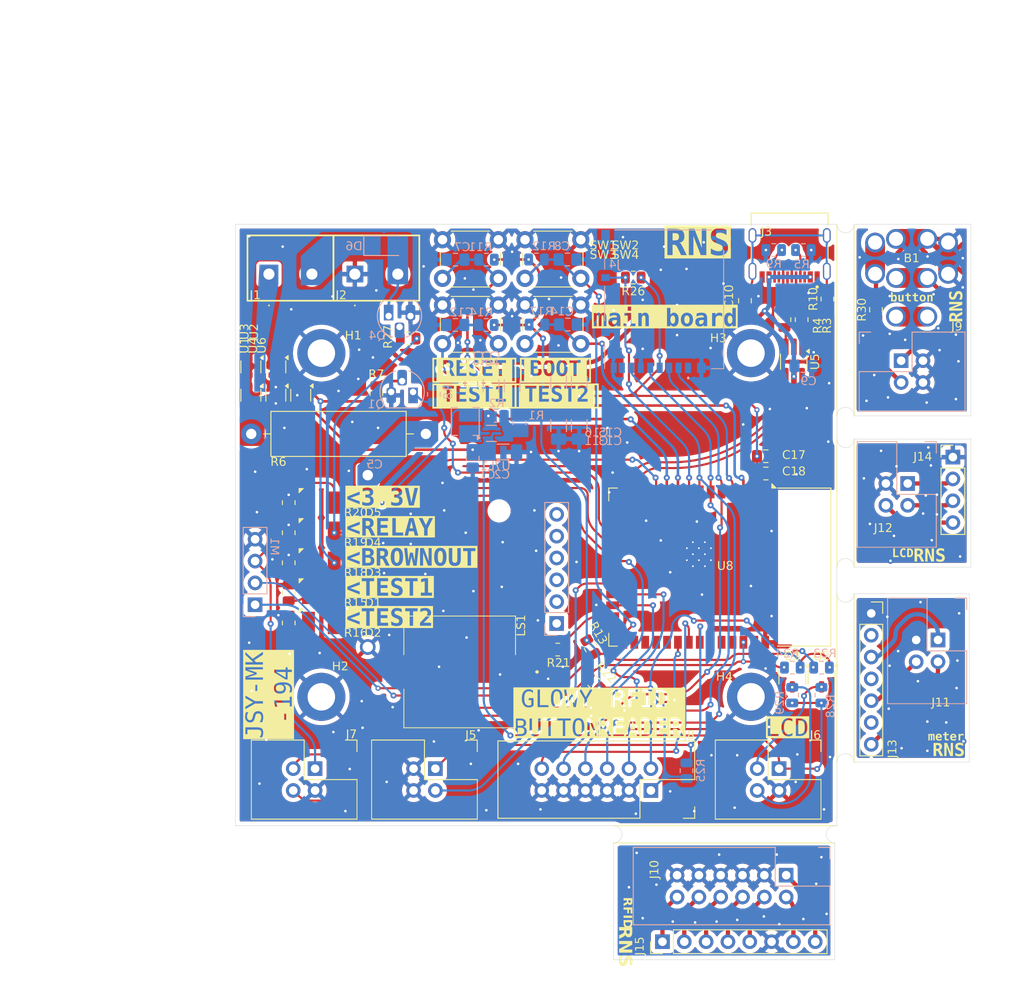
<source format=kicad_pcb>
(kicad_pcb (version 20241229) (generator "pcbnew") (generator_version "9.0")
  (layers (0 "F.Cu" signal) (2 "B.Cu" signal) (13 "F.Paste" user) (15 "B.Paste" user) (5 "F.SilkS" user "F.Silkscreen") (7 "B.SilkS" user "B.Silkscreen") (1 "F.Mask" user) (3 "B.Mask" user) (25 "Edge.Cuts" user))
  (net 0 "")
  (net 1 "Net-(B1-LP)")
  (net 2 "bG_GND")
  (net 3 "bG_button")
  (net 4 "ESP_IO0_BOOT-btn_boot")
  (net 5 "ESP_EN-btn_rst")
  (net 7 "ESP_IO04-btn_test1")
  (net 8 "relay_control")
  (net 9 "ESP_IO15-IIC_SDA")
  (net 10 "IIC_5V_SDA")
  (net 11 "IIC_5V_SLC")
  (net 12 "ESP_IO16-IIC_SCL")
  (net 13 "bG_LED")
  (net 14 "raw_5V")
  (net 17 "USB_MAIN_Vbus")
  (net 19 "+5V")
  (net 20 "ESP_IO13-UART_espRx")
  (net 21 "ESP_IO12-SPI_CLK")
  (net 22 "ESP_IO8-SPI_CS_rfid")
  (net 23 "ESP_IO11-SPI_MISO")
  (net 24 "Net-(D3-K)")
  (net 25 "+24V")
  (net 26 "Net-(D4-K)")
  (net 27 "ESP_IO40-btnGlow_button")
  (net 28 "ESP_IO14-UART_espTx")
  (net 29 "statusLed_brownout_5V")
  (net 30 "ESP_IO41-btnGlow_LED")
  (net 31 "ESP_IO47-led_test1")
  (net 32 "ESP_IO10-SPI_MOSI")
  (net 33 "ESP_IO6-RFID_IRQ")
  (net 34 "ESP_IO39-brownout_detected")
  (net 35 "ESP_IO38-relay_control")
  (net 36 "ESP_IO9-SPI_CS_sdCard")
  (net 43 "GND")
  (net 44 "ESP_IO7-RFID_NRSTPD")
  (net 45 "ESP_IO48-led_test2")
  (net 46 "Net-(D1-K)")
  (net 47 "Net-(D2-K)")
  (net 48 "Net-(D5-K)")
  (net 50 "Net-(J3-CC1)")
  (net 51 "ESP_IO42-sdCardPresent")
  (net 52 "Net-(J3-CC2)")
  (net 56 "Net-(J12-Pin_4)")
  (net 57 "Net-(J11-Pin_2)")
  (net 58 "Net-(J11-Pin_4)")
  (net 59 "Net-(J12-Pin_3)")
  (net 60 "Net-(J12-Pin_1)")
  (net 61 "Net-(J11-Pin_3)")
  (net 62 "Net-(J12-Pin_2)")
  (net 63 "Net-(J11-Pin_1)")
  (net 64 "Net-(LS1-+)")
  (net 68 "ESP_IO#-buzzer")
  (net 69 "Net-(U1-VOUT)")
  (net 71 "+3.3V")
  (net 72 "Net-(J10-Pin_8)")
  (net 73 "Net-(J10-Pin_10)")
  (net 74 "Net-(J10-Pin_11)")
  (net 75 "Net-(J10-Pin_4)")
  (net 76 "Net-(J10-Pin_2)")
  (net 77 "Net-(J10-Pin_12)")
  (net 78 "Net-(J10-Pin_6)")
  (net 79 "Net-(J10-Pin_1)")
  (net 80 "ESP_IO05-btn_test2")
  (net 81 "Net-(Q1-B)")
  (net 82 "ESP_USB_D#-USB_MAIN_DP")
  (net 83 "ESP_USB_D#-USB_MAIN_DN")
  (net 84 "USB_MAIN_DP")
  (net 85 "USB_MAIN_DN")
  (net 86 "Net-(C5-+)")
  (net 87 "Net-(C10-Pad2)")
  (net 88 "Net-(U7-SW)")
  (net 89 "Net-(Q4-B)")
  (net 90 "Net-(U7-FB)")
  (net 91 "Net-(R3-Pad2)")
  (net 92 "Net-(R4-Pad2)")
  (footprint "Resistor_SMD:R_0805_2012Metric" (layer "F.Cu") (at 91.7 103.3 135)
    (property "Reference" "R22")
    (property "Value" "10k")
  )
  (footprint "Capacitor_SMD:C_0805_2012Metric_Pad1.18x1.45mm_HandSolder" (layer "F.Cu") (at 109.3 58.9 90)
    (property "Reference" "C10")
    (property "Value" "100nF")
  )
  (footprint "customStuff:led3528" (layer "F.Cu") (at 58.5 85.9)
    (property "Reference" "D4")
    (property "Value" "green")
  )
  (footprint "MountingHole:MountingHole_3.2mm_M3_DIN965_Pad_TopBottom" (layer "F.Cu") (at 110 65)
    (property "Reference" "H3")
    (property "Value" "M3")
  )
  (footprint "customStuff:led3528" (layer "F.Cu") (at 58.5 89.4)
    (property "Reference" "D3")
    (property "Value" "blue")
  )
  (footprint "Resistor_THT:R_Axial_DIN0516_L15.5mm_D5.0mm_P20.32mm_Horizontal" (layer "F.Cu") (at 72.159999 74.4 180)
    (property "Reference" "R6")
    (property "Value" "4.7R")
  )
  (footprint "Package_TO_SOT_SMD:SOT-363_SC-70-6" (layer "F.Cu") (at 51.8 66.6 -90)
    (property "Reference" "U3")
    (property "Value" "LM66100Q")
  )
  (footprint "Button_Switch_THT:SW_PUSH_6mm_H13mm" (layer "F.Cu") (at 74.1 51.8)
    (property "Reference" "SW1")
    (property "Value" "SW_Push")
  )
  (footprint "Resistor_SMD:R_0805_2012Metric" (layer "F.Cu") (at 56.2 96.4 90)
    (property "Reference" "R16")
    (property "Value" "220R")
  )
  (footprint "Resistor_SMD:R_0805_2012Metric" (layer "F.Cu") (at 87.5125 99.5)
    (property "Reference" "R21")
    (property "Value" "0R")
  )
  (footprint "customStuff:usbC_HRO_TYPE-C-31-M-12" (layer "F.Cu") (at 114.5 51.3 180)
    (property "Reference" "J3")
    (property "Value" "USB_TypeC")
  )
  (footprint "Package_TO_SOT_SMD:SOT-363_SC-70-6" (layer "F.Cu") (at 51.8 69.9 -90)
    (property "Reference" "U1")
    (property "Value" "LM66100Q")
  )
  (footprint "customStuff:screwTerminal_DG3015002P1200AH" (layer "F.Cu") (at 53.9 55.8)
    (property "Reference" "J1")
    (property "Value" "screw term. 2x1 5mm" (hide yes))
  )
  (footprint "Package_TO_SOT_SMD:SOT-363_SC-70-6" (layer "F.Cu") (at 57.6 69.9 -90)
    (property "Reference" "U6")
    (property "Value" "LM66100Q")
  )
  (footprint "Package_TO_SOT_SMD:SOT-23-3" (layer "F.Cu") (at 114.8125 102.7 -90)
    (property "Reference" "Q3")
    (property "Value" "BSS138")
  )
  (footprint "Resistor_SMD:R_0805_2012Metric" (layer "F.Cu") (at 115.9 61.1 -90)
    (property "Reference" "R3")
    (property "Value" "15R")
  )
  (footprint "Package_TO_SOT_SMD:SOT-363_SC-70-6" (layer "F.Cu") (at 54.7 66.6 -90)
    (property "Reference" "U2")
    (property "Value" "LM66100Q")
  )
  (footprint "MountingHole:MountingHole_3.2mm_M3_DIN965_Pad_TopBottom" (layer "F.Cu") (at 110 105)
    (property "Reference" "H4")
    (property "Value" "M3")
  )
  (footprint "Resistor_SMD:R_0805_2012Metric" (layer "F.Cu") (at 113.9 61.1 -90)
    (property "Reference" "R4")
    (property "Value" "15R")
  )
  (footprint "MountingHole:MountingHole_3.2mm_M3_DIN965_Pad_TopBottom" (layer "F.Cu") (at 60 65)
    (property "Reference" "H1")
    (property "Value" "M3")
  )
  (footprint "Package_TO_SOT_SMD:SOT-23-3" (layer "F.Cu") (at 118.2125 102.7 -90)
    (property "Reference" "Q2")
    (property "Value" "BSS138")
  )
  (footprint "Button_Switch_THT:SW_PUSH_6mm_H13mm" (layer "F.Cu") (at 74.1 59.4)
    (property "Reference" "SW3")
    (property "Value" "SW_Push")
  )
  (footprint "Resistor_SMD:R_0805_2012Metric" (layer "F.Cu") (at 70.1 63.3 180)
    (property "Reference" "R27")
    (property "Value" "1k")
  )
  (footprint "Connector_PinHeader_2.54mm:PinHeader_1x04_P2.54mm_Vertical" (layer "F.Cu") (at 133.5 77.1)
    (property "Reference" "J14")
    (property "Value" "pinHeader 4x1 2.54mm")
  )
  (footprint "Button_Switch_THT:SW_PUSH_6mm_H13mm" (layer "F.Cu") (at 83.7 51.8)
    (property "Reference" "SW2")
    (property "Value" "SW_Push")
  )
  (footprint "customStuff:IDC 2x2 2.54" (layer "F.Cu") (at 72 114.63)
    (property "Reference" "J5")
    (property "Value" "IDC 2x2")
  )
  (footprint "Package_TO_SOT_SMD:SOT-363_SC-70-6" (layer "F.Cu") (at 54.7 69.9 -90)
    (property "Reference" "U4")
    (property "Value" "LM66100Q")
  )
  (footprint "customStuff:led3528" (layer "F.Cu") (at 58.5 82.4)
    (property "Reference" "D5")
    (property "Value" "yellow")
  )
  (footprint "Resistor_SMD:R_0805_2012Metric" (layer "F.Cu") (at 56.2 85.9 90)
    (property "Reference" "R19")
    (property "Value" "220R")
  )
  (footprint "Capacitor_SMD:C_0805_2012Metric_Pad1.18x1.45mm_HandSolder" (layer "F.Cu") (at 111.7375 77)
    (property "Reference" "C17")
    (property "Value" "10uF")
  )
  (footprint "customStuff:button" (layer "F.Cu") (at 128.700001 56.2 180)
    (property "Reference" "B1")
    (property "Value" "Button")
  )
  (footprint "customStuff:led3528" (layer "F.Cu") (at 58.5 96.4)
    (property "Reference" "D2")
    (property "Value" "violet")
  )
  (footprint "customStuff:screwTerminal_DG3015002P1200AH" (layer "F.Cu") (at 63.9 55.8)
    (property "Reference" "J2")
    (property "Value" "screw term. 2x1 5mm" (hide yes))
  )
  (footprint "customStuff:IDC 2x2 2.54" (layer "F.Cu") (at 112 114.63)
    (property "Reference" "J6")
    (property "Value" "IDC 2x2")
  )
  (footprint "Button_Switch_THT:SW_PUSH_6mm_H13mm" (layer "F.Cu") (at 83.7 59.4)
    (property "Reference" "SW4")
    (property "Value" "SW_Push")
  )
  (footprint "Package_TO_SOT_SMD:TSOT-23-6_HandSoldering" (layer "F.Cu") (at 115 66 -90)
    (property "Reference" "U5")
    (property "Value" "USBLC6-2SC6")
  )
  (footprint "Resistor_SMD:R_0805_2012Metric" (layer "F.Cu") (at 56.2 82.4 90)
    (property "Reference" "R20")
    (property "Value" "220R")
  )
  (footprint "customStuff:led3528" (layer "F.Cu") (at 58.5 92.9)
    (property "Reference" "D1")
    (property "Value" "pink")
  )
  (footprint "customStuff:IDC 2x2 2.54" (layer "F.Cu") (at 58 114.63)
    (property "Reference" "J7")
    (property "Value" "IDC 2x2")
  )
  (footprint "Resistor_SMD:R_0805_2012Metric" (layer "F.Cu") (at 66.4 69.7 90)
    (property "Reference" "R7")
    (property "Value" "1k")
  )
  (footprint "Capacitor_SMD:C_0805_2012Metric_Pad1.18x1.45mm_HandSolder" (layer "F.Cu") (at 111.7375 79.01)
    (property "Reference" "C18")
    (property "Value" "100nF")
  )
  (footprint "customStuff:buzzer_CPT162580SMTTR" (layer "F.Cu") (at 76.1 102.1 90)
    (property "Reference" "LS1")
    (property "Value" "buzzer_CPT-1625-80-SMT-TR" (hide yes))
  )
  (footprint "Capacitor_SMD:C_0805_2012Metric_Pad1.18x1.45mm_HandSolder" (layer "F.Cu") (at 124.550008 59.949996 -90)
    (property "Reference" "R30")
    (property "Value" "100R")
  )
  (footprint "Resistor_SMD:R_0805_2012Metric" (layer "F.Cu") (at 118.9 58.7 -90)
    (property "Reference" "R10")
    (property "Value" "100k")
  )
  (footprint "Connector_PinSocket_2.54mm:PinSocket_1x07_P2.54mm_Vertical" (layer "F.Cu") (at 124 95.29)
    (property "Reference" "J13")
    (property "Value" "pinHeader 7x1 2.54mm")
  )
  (footprint "Resistor_SMD:R_0805_2012Metric" (layer "F.Cu") (at 96.3 56.2 180)
    (property "Reference" "R26")
    (property "Value" "10k")
  )
  (footprint "MountingHole:MountingHole_3.2mm_M3_DIN965_Pad_TopBottom" (layer "F.Cu") (at 60 105)
    (property "Reference" "H2")
    (property "Value" "M3")
  )
  (footprint "Resistor_SMD:R_0805_2012Metric" (layer "F.Cu") (at 56.2 92.9 90)
    (property "Reference" "R15")
    (property "Value" "220R")
  )
  (footprint "Resistor_SMD:R_0805_2012Metric" (layer "F.Cu") (at 91.34375 99.209752 -60)
    (property "Reference" "R13")
    (property "Value" "10k")
  )
  (footprint "Connector_PinHeader_2.54mm:PinHeader_1x08_P2.54mm_Vertical" (layer "F.Cu") (at 99.699999 133.5 90)
    (property "Reference" "J15")
    (property "Value" "Conn_01x08_Pin")
  )
  (footprint "Resistor_SMD:R_0805_2012Metric" (layer "F.Cu") (at 56.2 89.4 90)
    (property "Reference" "R18")
    (property "Value" "1k")
  )
  (footprint "customStuff:IDC 6x2 2.54" (layer "F.Cu") (at 92 114.63 -90)
    (property "Reference" "J8")
    (property "Value" "IDC 6x2")
  )
  (footprint "customStuff:ESP32-S3-WROOM-1" (layer "F.Cu") (at 119.15 98.9 -90)
    (property "Reference" "U8")
    (property "Value" "ESP32-S3-WROOM-1")
  )
  (footprint "Resistor_SMD:R_0805_2012Metric" (layer "B.Cu") (at 114.8 104.8 -90)
    (property "Reference" "R29")
    (property "Value" "10k")
  )
  (footprint "Resistor_SMD:R_0805_2012Metric" (layer "B.Cu") (at 79.2125 54.121866)
    (property "Reference" "R11")
    (property "Value" "10k")
  )
  (footprint "Capacitor_SMD:C_1206_3216Metric_Pad1.33x1.80mm_HandSolder" (layer "B.Cu") (at 87.613004 68.412 90)
    (property "Reference" "C16")
    (property "Value" "#")
  )
  (footprint "customStuff:supercapacitor_KVR5R0H105R" (layer "B.Cu") (at 65.400001 79.200002 90)
    (property "Reference" "C5")
    (property "Value" "supercapacitor_KVR-5R0H105-R" (hide yes))
  )
  (footprint "Capacitor_SMD:C_1206_3216Metric_Pad1.33x1.80mm_HandSolder" (layer "B.Cu") (at 90.013004 68.412 90)
    (property "Reference" "C15")
    (property "Value" "#")
  )
  (footprint "customStuff:IDC 2x2 2.54" (layer "B.Cu") (at 128.750008 67.149996 180)
    (property "Reference" "J9")
    (property "Value" "IDC 2x2")
  )
  (footprint "Capacitor_SMD:C_0805_2012Metric_Pad1.18x1.45mm_HandSolder" (layer "B.Cu") (at 75.600001 61.721864)
    (property "Reference" "C12")
    (property "Value" "100nF")
  )
  (footprint "Resistor_SMD:R_0805_2012Metric" (layer "B.Cu") (at 73.1 69.7875 -90)
    (property "Reference" "R8")
    (property "Value" "10k")
  )
  (footprint "Diode_SMD:D_1206_3216Metric_Pad1.42x1.75mm_HandSolder" (layer "B.Cu") (at 67.4 52.5)
    (property "Reference" "D6")
    (property "Value" "SD1206S040S2R0")
  )
  (footprint "Inductor_SMD:L_Vishay_IHLP-1212" (layer "B.Cu") (at 76.750003 72.950001 90)
    (property "Reference" "L1")
    (property "Value" "1.5u")
  )
  (footprint "customStuff:RTC and EEPROM" (layer "B.Cu") (at 50.8875 101.362498 90)
    (property "Reference" "M1")
    (property "Value" "RTC and EEPROM")
  )
  (footprint "Capacitor_SMD:C_1206_3216Metric_Pad1.33x1.80mm_HandSolder" (layer "B.Cu") (at 79.75 68.800001 90)
    (property "Reference" "C6")
    (property "Value" "22u")
  )
  (footprint "Capacitor_SMD:C_0805_2012Metric_Pad1.18x1.45mm_HandSolder" (layer "B.Cu") (at 88.6875 61.678134 180)
    (property "Reference" "C14")
    (property "Value" "100nF")
  )
  (footprint "Package_TO_SOT_THT:TO-92_HandSolder" (layer "B.Cu") (at 67.83 60.680002)
    (property "Reference" "Q4")
    (property "Value" "bc337")
  )
  (footprint "Resistor_SMD:R_0805_2012Metric" (layer "B.Cu") (at 79.2 61.721866)
    (property "Reference" "R14")
    (property "Value" "10k")
  )
  (footprint "Package_TO_SOT_SMD:SOT-563" (layer "B.Cu") (at 79.800003 74.340001)
    (property "Reference" "U7")
    (property "Value" "TPS565242DRLR")
  )
  (footprint "Resistor_SMD:R_0805_2012Metric" (layer "B.Cu") (at 114.8125 101.6)
    (property "Reference" "R24")
    (property "Value" "10k")
  )
  (footprint "Resistor_SMD:R_0805_2012Metric" (layer "B.Cu") (at 85.0875 61.678134 180)
    (property "Reference" "R17")
    (property "Value" "10k")
  )
  (footprint "Capacitor_SMD:C_1206_3216Metric_Pad1.33x1.80mm_HandSolder" (layer "B.Cu") (at 87.613004 73.437002 -90)
    (property "Reference" "C11")
    (property "Value" "#")
  )
  (footprint "Resistor_SMD:R_0805_2012Metric" (layer "B.Cu") (at 112.649999 53)
    (property "Reference" "R9")
    (property "Value" "5.1k")
  )
  (footprint "customStuff:IDC 2x2 2.54" (layer "B.Cu") (at 126.97 81.440002 90)
    (property "Reference" "J12")
    (property "Value" "IDC 2x2")
  )
  (footprint "customStuff:sdCard_DM3ATSFPEJM5" (layer "B.Cu") (at 99.9 59.3)
    (property "Reference" "J4")
    (property "Value" "sdCard_DM3AT-SF-PEJM5" (hide yes))
  )
  (footprint "Resistor_SMD:R_0805_2012Metric" (layer "B.Cu") (at 116.1 53 180)
    (property "Reference" "R5")
    (property "Value" "5.1k")
  )
  (footprint "Capacitor_SMD:C_0805_2012Metric_Pad1.18x1.45mm_HandSolder" (layer "B.Cu") (at 77.450003 68.600001 90)
    (property "Reference" "C3")
    (property "Value" "100nF")
  )
  (footprint "Capacitor_SMD:C_1206_3216Metric_Pad1.33x1.80mm_HandSolder" (layer "B.Cu") (at 82.2 68.8 90)
    (property "Reference" "C4")
    (property "Value" "22u")
  )
  (footprint "Resistor_SMD:R_0805_2012Metric" (layer "B.Cu") (at 102.5 113.6 90)
    (property "Reference" "R25")
    (property "Value" "10k")
  )
  (footprint "Resistor_SMD:R_0805_2012Metric" (layer "B.Cu") (at 85.0375 54.100001 180)
    (property "Reference" "R12")
    (property "Value" "10k")
  )
  (footprint "Resistor_SMD:R_0805_2012Metric" (layer "B.Cu") (at 118.2 104.8 -90)
    (property "Reference" "R28")
    (property "Value" "10k")
  )
  (footprint "Capacitor_SMD:C_0805_2012Metric_Pad1.18x1.45mm_HandSolder" (layer "B.Cu") (at 75.6125 54.121864)
    (property "Reference" "C7")
    (property "Value" "100nF")
  )
  (footprint "Resistor_SMD:R_0805_2012Metric" (layer "B.Cu") (at 80.350003 72.300001)
    (property "Reference" "R2")
    (property "Value" "10k")
  )
  (footprint "Resistor_SMD:R_0805_2012Metric" (layer "B.Cu") (at 118.2125 101.6)
    (property "Reference" "R23")
    (property "Value" "10k")
  )
  (footprint "Capacitor_SMD:C_1206_3216Metric_Pad1.33x1.80mm_HandSolder" (layer "B.Cu") (at 81.150003 76.500001)
    (property "Reference" "C2")
    (property "Value" "22u")
  )
  (footprint "customStuff:IDC 2x2 2.54" (layer "B.Cu") (at 130.5 99.65 90)
    (property "Reference" "J11")
    (property "Value" "IDC 2x2")
  )
  (footprint "Package_TO_SOT_THT:TO-92_HandSolder" (layer "B.Cu") (at 70.67 69.52 180)
    (property "Reference" "Q1")
    (property "Value" "bc337")
  )
  (footprint "customStuff:IDC 6x2 2.54" (layer "B.Cu") (at 107.750001 127.030002 90)
    (property "Reference" "J10")
    (property "Value" "IDC 6x2")
  )
  (footprint "Capacitor_SMD:C_0805_2012Metric_Pad1.18x1.45mm_HandSolder" (layer "B.Cu") (at 77.613003 77.274501 -90)
    (property "Reference" "C1")
    (property "Value" "100nF")
  )
  (footprint "Capacitor_SMD:C_1206_3216Metric_Pad1.33x1.80mm_HandSolder" (layer "B.Cu") (at 90.013004 73.437002 -90)
    (property "Reference" "C13")
    (property "Value" "#")
  )
  (footprint "Resistor_SMD:R_0805_2012Metric" (layer "B.Cu") (at 83.050003 73.100001 90)
    (property "Reference" "R1")
    (property "Value" "45k")
  )
  (footprint "Capacitor_SMD:C_0805_2012Metric_Pad1.18x1.45mm_HandSolder" (layer "B.Cu") (at 88.6375 54.1 180)
    (property "Reference" "C8")
    (property "Value" "100nF")
  )
  (footprint "Capacitor_SMD:C_0805_2012Metric_Pad1.18x1.45mm_HandSolder" (layer "B.Cu") (at 116.1 66.5)
    (property "Reference" "C9")
    (property "Value" "100nF")
  )
  (gr_line (start 94 120) (end 120 120) (stroke (width 0.1)) (layer "F.SilkS"))
  (gr_line (start 120 50) (end 120 72.3) (stroke (width 0.1)) (layer "F.SilkS"))
  (gr_line (start 120 93) (end 120 112.6) (stroke (width 0.1)) (layer "F.SilkS"))
  (gr_line (start 122 50) (end 122 72.3) (stroke (width 0.1)) (layer "F.SilkS"))
  (gr_line (start 119.8 122) (end 94 122) (stroke (width 0.1)) (layer "F.SilkS"))
  (gr_line (start 122 75) (end 122 89.9) (stroke (width 0.1)) (layer "F.SilkS"))
  (gr_line (start 120 75) (end 120 89.9) (stroke (width 0.1)) (layer "F.SilkS"))
  (gr_line (start 122 93) (end 122 112.6) (stroke (width 0.1)) (layer "F.SilkS"))
  (gr_line (start 50 120) (end 50 50) (stroke (width 0.05)) (layer "Edge.Cuts"))
  (gr_line (start 122 112.6) (end 135.4 112.6) (stroke (width 0.05)) (layer "Edge.Cuts"))
  (gr_arc (start 120.000001 112.6) (mid 121 111.6) (end 122 112.6) (stroke (width 0.05)) (layer "Edge.Cuts"))
  (gr_line (start 135.6 75) (end 135.6 89.9) (stroke (width 0.05)) (layer "Edge.Cuts"))
  (gr_line (start 135.6 89.9) (end 122 89.9) (stroke (width 0.05)) (layer "Edge.Cuts"))
  (gr_line (start 119.75 135.6) (end 119.75 121.999998) (stroke (width 0.05)) (layer "Edge.Cuts"))
  (gr_line (start 135.600001 50) (end 135.600001 72.3) (stroke (width 0.05)) (layer "Edge.Cuts"))
  (gr_arc (start 120 89.9) (mid 121 88.9) (end 122 89.9) (stroke (width 0.05)) (layer "Edge.Cuts"))
  (gr_arc (start 122 93) (mid 120.999999 94) (end 120 93.000001) (stroke (width 0.05)) (layer "Edge.Cuts"))
  (gr_line (start 120.000002 120) (end 119.75 119.999998) (stroke (width 0.05)) (layer "Edge.Cuts"))
  (gr_line (start 94 120) (end 50 120) (stroke (width 0.05)) (layer "Edge.Cuts"))
  (gr_arc (start 122 75) (mid 121 76) (end 120.000001 74.999998) (stroke (width 0.05)) (layer "Edge.Cuts"))
  (gr_line (start 94 122) (end 94 135.6) (stroke (width 0.05)) (layer "Edge.Cuts"))
  (gr_line (start 135.4 93) (end 135.4 112.6) (stroke (width 0.05)) (layer "Edge.Cuts"))
  (gr_line (start 135.4 93) (end 122 93) (stroke (width 0.05)) (layer "Edge.Cuts"))
  (gr_arc (start 120 72.3) (mid 121 71.3) (end 122 72.3) (stroke (width 0.05)) (layer "Edge.Cuts"))
  (gr_line (start 135.600001 72.3) (end 122 72.3) (stroke (width 0.05)) (layer "Edge.Cuts"))
  (gr_arc (start 94 120) (mid 95 121) (end 94 122) (stroke (width 0.05)) (layer "Edge.Cuts"))
  (gr_arc (start 122 50) (mid 121 51) (end 120.000001 49.999998) (stroke (width 0.05)) (layer "Edge.Cuts"))
  (gr_line (start 120.000001 112.6) (end 120.000002 120) (stroke (width 0.05)) (layer "Edge.Cuts"))
  (gr_line (start 122 50) (end 135.600001 50) (stroke (width 0.05)) (layer "Edge.Cuts"))
  (gr_line (start 120 72.3) (end 120 75) (stroke (width 0.05)) (layer "Edge.Cuts"))
  (gr_line (start 122 75) (end 135.6 75) (stroke (width 0.05)) (layer "Edge.Cuts"))
  (gr_line (start 50 50) (end 120 50) (stroke (width 0.05)) (layer "Edge.Cuts"))
  (gr_arc (start 119.749999 121.999998) (mid 118.749999 120.999998) (end 119.749999 119.999998) (stroke (width 0.05)) (layer "Edge.Cuts"))
  (gr_line (start 120 89.9) (end 120 93) (stroke (width 0.05)) (layer "Edge.Cuts"))
  (gr_line (start 94 135.6) (end 119.75 135.6) (stroke (width 0.05)) (layer "Edge.Cuts"))
  (gr_text "RNS" (at 134.9 112.15 0) (layer "F.SilkS") (effects (font (size 1.5 1.5) (thickness 0.3) (bold yes)) (justify right bottom)))
  (gr_text "RNS" (at 134.850008 57.649996 90) (layer "F.SilkS") (effects (font (size 1.5 1.5) (thickness 0.3) (bold yes)) (justify right bottom)))
  (gr_text "<3.3V" (at 62.9 81.9 0) (layer "F.SilkS" knockout) (effects (font (size 2 2) (thickness 0.3) (bold yes)) (justify left)))
  (gr_text "RNS" (at 100 54.1 0) (layer "F.SilkS" knockout) (effects (font (size 3 3) (thickness 0.3) (bold yes)) (justify left bottom)))
  (gr_text "<BROWNOUT" (at 62.9 88.9 0) (layer "F.SilkS" knockout) (effects (font (size 2 2) (thickness 0.3) (bold yes)) (justify left)))
  (gr_text "button" (at 131.250008 59.149996 0) (layer "F.SilkS") (effects (font (size 1 1) (thickness 0.25) (bold yes)) (justify right bottom)))
  (gr_text "<TEST1" (at 62.9 92.4 0) (layer "F.SilkS" knockout) (effects (font (size 2 2) (thickness 0.3) (bold yes)) (justify left)))
  (gr_text "RFID" (at 95 128.300001 270) (layer "F.SilkS") (effects (font (size 1 1) (thickness 0.25) (bold yes)) (justify left bottom)))
  (gr_text "<RELAY" (at 62.9 85.4 0) (layer "F.SilkS" knockout) (effects (font (size 2 2) (thickness 0.3) (bold yes)) (justify left)))
  (gr_text "GLOWY\nBUTTON" (at 87.4 109.9 0) (layer "F.SilkS" knockout) (effects (font (size 2 2) (thickness 0.1)) (justify bottom)))
  (gr_text "|BOOT|" (at 82.7 66.9 0) (layer "F.SilkS" knockout) (effects (font (size 1.8 1.8) (thickness 0.3) (bold yes)) (justify left)))
  (gr_text "|TEST1|" (at 72.5 69.9 0) (layer "F.SilkS" knockout) (effects (font (size 1.8 1.8) (thickness 0.3) (bold yes)) (justify left)))
  (gr_text "RNS" (at 94.399997 131.600001 270) (layer "F.SilkS") (effects (font (size 1.5 1.5) (thickness 0.3) (bold yes)) (justify left bottom)))
  (gr_text "RNS" (at 128.9 89.51 0) (layer "F.SilkS") (effects (font (size 1.5 1.5) (thickness 0.3) (bold yes)) (justify left bottom)))
  (gr_text "LCD" (at 126.4 88.91 0) (layer "F.SilkS") (effects (font (size 1 1) (thickness 0.25) (bold yes)) (justify left bottom)))
  (gr_text "LCD" (at 114.2 109.9 0) (layer "F.SilkS" knockout) (effects (font (size 2 2) (thickness 0.1)) (justify bottom)))
  (gr_text "meter" (at 134.8 110.25 0) (layer "F.SilkS") (effects (font (size 1 1) (thickness 0.25) (bold yes)) (justify right bottom)))
  (gr_text "|RESET|" (at 72.5 66.9 0) (layer "F.SilkS" knockout) (effects (font (size 1.8 1.8) (thickness 0.3) (bold yes)) (justify left)))
  (gr_text "main board" (at 91.6 62.2 0) (layer "F.SilkS" knockout) (effects (font (size 2 2) (thickness 0.3) (bold yes)) (justify left bottom)))
  (gr_text "RFID\nREADER" (at 97.08 109.9 0) (layer "F.SilkS" knockout) (effects (font (size 2 2) (thickness 0.1)) (justify bottom)))
  (gr_text "JSY-MK\n-194" (at 56.9 104.8 90) (layer "F.SilkS" knockout) (effects (font (size 2 2) (thickness 0.1)) (justify bottom)))
  (gr_text "<TEST2" (at 62.9 95.9 0) (layer "F.SilkS" knockout) (effects (font (size 2 2) (thickness 0.3) (bold yes)) (justify left)))
  (gr_text "|TEST2|" (at 82.1 69.9 0) (layer "F.SilkS" knockout) (effects (font (size 1.8 1.8) (thickness 0.3) (bold yes)) (justify left)))
  (segment (start 124.550008 55.945722) (end 124.550008 58.912496) (width 0.5) (layer "F.Cu") (net 1))
  (segment (start 124.399999 55.825005) (end 124.150008 56.074996) (width 0.5) (layer "F.Cu") (net 1))
  (arc (start 124.500005 55.825005) (mid 124.450002 55.804293) (end 124.399999 55.825005) (width 0.5) (layer "F.Cu") (net 1))
  (arc (start 124.550008 55.945722) (mid 124.537012 55.88039) (end 124.500005 55.825005) (width 0.5) (layer "F.Cu") (net 1))
  (segment (start 132.7375 51.9125) (end 132.95 52.125) (width 0.5) (layer "F.Cu") (net 2))
  (segment (start 132.224479 51.7) (end 130.525001 51.7) (width 0.5) (layer "F.Cu") (net 2))
  (via (at 131.250008 58.149996) (size 0.7) (drill 0.3) (layers "F.Cu" "B.Cu") (net 2))
  (via (at 123.450008 70.549996) (size 0.7) (drill 0.3) (layers "F.Cu" "B.Cu") (net 2))
  (via (at 133.850008 70.349996) (size 0.7) (drill 0.3) (layers "F.Cu" "B.Cu") (net 2))
  (via (at 127.950008 63.449996) (size 0.7) (drill 0.3) (layers "F.Cu" "B.Cu") (net 2))
  (via (at 131.950008 64.649996) (size 0.7) (drill 0.3) (layers "F.Cu" "B.Cu") (net 2))
  (via (at 134.150008 65.949996) (size 0.7) (drill 0.3) (layers "F.Cu" "B.Cu") (net 2))
  (via (at 123.050008 62.949996) (size 0.7) (drill 0.3) (layers "F.Cu" "B.Cu") (net 2))
  (via (at 122.650008 53.849996) (size 0.7) (drill 0.3) (layers "F.Cu" "B.Cu") (net 2))
  (via (at 133.850008 62.849996) (size 0.7) (drill 0.3) (layers "F.Cu" "B.Cu") (net 2))
  (via (at 124.350008 67.549996) (size 0.7) (drill 0.3) (layers "F.Cu" "B.Cu") (net 2))
  (via (at 126.150008 58.349996) (size 0.7) (drill 0.3) (layers "F.Cu" "B.Cu") (net 2))
  (via (at 131.8 62.1) (size 0.7) (drill 0.3) (layers "F.Cu" "B.Cu") (net 2))
  (via (at 130.450008 70.749996) (size 0.7) (drill 0.3) (layers "F.Cu" "B.Cu") (net 2))
  (via (at 130.550008 53.749996) (size 0.7) (drill 0.3) (layers "F.Cu" "B.Cu") (net 2))
  (via (at 126.150008 62.749996) (size 0.7) (drill 0.3) (layers "F.Cu" "B.Cu") (net 2))
  (via (at 125.950008 70.149996) (size 0.7) (drill 0.3) (layers "F.Cu" "B.Cu") (net 2))
  (via (at 134.650008 53.949996) (size 0.7) (drill 0.3) (layers "F.Cu" "B.Cu") (net 2))
  (via (at 134.650008 57.349996) (size 0.7) (drill 0.3) (layers "F.Cu" "B.Cu") (net 2))
  (via (at 127.150008 54.049996) (size 0.7) (drill 0.3) (layers "F.Cu" "B.Cu") (net 2))
  (arc (start 132.224479 51.7) (mid 132.502124 51.755226) (end 132.7375 51.9125) (width 0.5) (layer "F.Cu") (net 2))
  (segment (start 127.511678 65.848329) (end 129.374117 63.98589) (width 0.5) (layer "F.Cu") (net 3))
  (segment (start 131.36363 63.3) (end 131.030004 63.3) (width 0.5) (layer "F.Cu") (net 3))
  (segment (start 132.103103 57.828102) (end 130.525 56.249999) (width 0.5) (layer "F.Cu") (net 3))
  (segment (start 127.569583 65.879998) (end 127.524796 65.879998) (width 0.5) (layer "F.Cu") (net 3))
  (segment (start 132.9 61.763576) (end 132.9 59.75198) (width 0.5) (layer "F.Cu") (net 3))
  (arc (start 132.9 59.75198) (mid 132.692893 58.710785) (end 132.103103 57.828102) (width 0.5) (layer "F.Cu") (net 3))
  (arc (start 127.524796 65.879998) (mid 127.507656 65.868545) (end 127.511678 65.848329) (width 0.5) (layer "F.Cu") (net 3))
  (arc (start 131.030004 63.3) (mid 130.133844 63.478256) (end 129.374117 63.98589) (width 0.5) (layer "F.Cu") (net 3))
  (arc (start 132.9 61.763576) (mid 132.783044 62.351555) (end 132.45 62.85) (width 0.5) (layer "F.Cu") (net 3))
  (arc (start 131.36363 63.3) (mid 131.951559 63.183054) (end 132.45 62.85) (width 0.5) (layer "F.Cu") (net 3))
  (arc (start 127.569583 65.879998) (mid 127.652337 65.863536) (end 127.722493 65.81666) (width 0.5) (layer "F.Cu") (net 3))
  (segment (start 96.3 96.6) (end 95.468197 97.431802) (width 0.25) (layer "F.Cu") (net 4))
  (segment (start 95.15 98.199999) (end 95.15 98.649999) (width 0.25) (layer "F.Cu") (net 4))
  (segment (start 92.3 58.4) (end 90.200001 56.3) (width 0.25) (layer "F.Cu") (net 4))
  (via (at 96.3 96.6) (size 0.7) (drill 0.3) (layers "F.Cu" "B.Cu") (net 4))
  (via (at 92.3 58.4) (size 0.7) (drill 0.3) (layers "F.Cu" "B.Cu") (net 4))
  (arc (start 95.15 98.199999) (mid 95.232696 97.784253) (end 95.468197 97.431802) (width 0.25) (layer "F.Cu") (net 4))
  (segment (start 85.366636 54.683363) (end 83.767679 56.282321) (width 0.3) (layer "B.Cu") (net 4))
  (segment (start 92.796896 93.096896) (end 96.3 96.6) (width 0.25) (layer "B.Cu") (net 4))
  (segment (start 92.3 58.4) (end 92.3 60.575735) (width 0.25) (layer "B.Cu") (net 4))
  (segment (start 92 91.173018) (end 92 63.612132) (width 0.25) (layer "B.Cu") (net 4))
  (segment (start 83.725 56.3) (end 83.7 56.3) (width 0.3) (layer "B.Cu") (net 4))
  (segment (start 90 56.3) (end 90.200001 56.3) (width 0.3) (layer "B.Cu") (net 4))
  (segment (start 91.7 62.887867) (end 91.7 62.024264) (width 0.25) (layer "B.Cu") (net 4))
  (segment (start 88.183363 54.683363) (end 89.658578 56.158578) (width 0.3) (layer "B.Cu") (net 4))
  (arc (start 88.183363 54.683363) (mid 87.5372 54.251611) (end 86.775 54.1) (width 0.3) (layer "B.Cu") (net 4))
  (arc (start 92 91.173018) (mid 92.207106 92.214213) (end 92.796896 93.096896) (width 0.25) (layer "B.Cu") (net 4))
  (arc (start 92 61.3) (mid 91.777967 61.632295) (end 91.7 62.024264) (width 0.25) (layer "B.Cu") (net 4))
  (arc (start 91.85 63.25) (mid 91.961016 63.416147) (end 92 63.612132) (width 0.25) (layer "B.Cu") (net 4))
  (arc (start 89.658578 56.158578) (mid 89.815223 56.263245) (end 90 56.3) (width 0.3) (layer "B.Cu") (net 4))
  (arc (start 92 61.3) (mid 92.222032 60.967704) (end 92.3 60.575735) (width 0.25) (layer "B.Cu") (net 4))
  (arc (start 86.775 54.1) (mid 86.012799 54.251611) (end 85.366636 54.683363) (width 0.3) (layer "B.Cu") (net 4))
  (arc (start 91.85 63.25) (mid 91.738983 63.083852) (end 91.7 62.887867) (width 0.25) (layer "B.Cu") (net 4))
  (arc (start 83.725 56.3) (mid 83.748097 56.295405) (end 83.767679 56.282321) (width 0.3) (layer "B.Cu") (net 4))
  (segment (start 77.1625 59.737501) (end 77.1375 59.762501) (width 0.3) (layer "F.Cu") (net 5))
  (segment (start 77.4 59.500001) (end 80.600001 56.3) (width 0.3) (layer "F.Cu") (net 5))
  (segment (start 77 65.499) (end 77 66.0495) (width 0.3) (layer "F.Cu") (net 5))
  (segment (start 77 59.970711) (end 77 63.7) (width 0.3) (layer "F.Cu") (net 5))
  (segment (start 77.078125 59.821876) (end 77.071875 59.828126) (width 0.3) (layer "F.Cu") (net 5))
  (segment (start 77.059375 59.840626) (end 77.065625 59.834376) (width 0.3) (layer "F.Cu") (net 5))
  (segment (start 77.4 59.500001) (end 77.3 59.600001) (width 0.3) (layer "F.Cu") (net 5))
  (segment (start 77.234375 59.665626) (end 77.203125 59.696876) (width 0.3) (layer "F.Cu") (net 5))
  (segment (start 77.078125 59.821876) (end 77.0875 59.812501) (width 0.3) (layer "F.Cu") (net 5))
  (segment (start 77.178125 59.721876) (end 77.171875 59.728126) (width 0.3) (layer "F.Cu") (net 5))
  (segment (start 77.171875 59.728126) (end 77.1625 59.737501) (width 0.3) (layer "F.Cu") (net 5))
  (segment (start 77.3 59.600001) (end 77.265625 59.634376) (width 0.3) (layer "F.Cu") (net 5))
  (segment (start 77.184375 59.715626) (end 77.178125 59.721876) (width 0.3) (layer "F.Cu") (net 5))
  (segment (start 109.119999 79.875561) (end 109.119999 81.15) (width 0.3) (layer "F.Cu") (net 5))
  (segment (start 77.053125 59.846876) (end 77.05 59.850001) (width 0.3) (layer "F.Cu") (net 5))
  (segment (start 77.1375 59.762501) (end 77.1125 59.787501) (width 0.3) (layer "F.Cu") (net 5))
  (segment (start 77.071875 59.828126) (end 77.065625 59.834376) (width 0.3) (layer "F.Cu") (net 5))
  (segment (start 77.059375 59.840626) (end 77.053125 59.846876) (width 0.3) (layer "F.Cu") (net 5))
  (segment (start 77.265625 59.634376) (end 77.234375 59.665626) (width 0.3) (layer "F.Cu") (net 5))
  (segment (start 77.184375 59.715626) (end 77.203125 59.696876) (width 0.3) (layer "F.Cu") (net 5))
  (segment (start 107.1 71.1) (end 82.626981 71.1) (width 0.3) (layer "F.Cu") (net 5))
  (segment (start 108.9 79.5) (end 109.009999 79.609999) (width 0.3) (layer "F.Cu") (net 5))
  (segment (start 77.1125 59.787501) (end 77.0875 59.812501) (width 0.3) (layer "F.Cu") (net 5))
  (segment (start 80.703103 70.303103) (end 77.389262 66.989262) (width 0.3) (layer "F.Cu") (net 5))
  (via (at 77 63.7) (size 0.7) (drill 0.3) (layers "F.Cu" "B.Cu") (net 5))
  (via (at 108.9 79.5) (size 0.7) (drill 0.3) (layers "F.Cu" "B.Cu") (net 5))
  (via (at 77 65.499) (size 0.7) (drill 0.3) (layers "F.Cu" "B.Cu") (net 5))
  (via (at 107.1 71.1) (size 0.7) (drill 0.3) (layers "F.Cu" "B.Cu") (net 5))
  (arc (start 82.626981 71.1) (mid 81.585786 70.892893) (end 80.703103 70.303103) (width 0.3) (layer "F.Cu") (net 5))
  (arc (start 109.119999 79.875561) (mid 109.09141 79.73184) (end 109.009999 79.609999) (width 0.3) (layer "F.Cu") (net 5))
  (arc (start 77 59.970711) (mid 77.012994 59.905383) (end 77.05 59.850001) (width 0.3) (layer "F.Cu") (net 5))
  (arc (start 77 66.0495) (mid 77.101165 66.558095) (end 77.389262 66.989262) (width 0.3) (layer "F.Cu") (net 5))
  (segment (start 77 63.7) (end 77 65.499) (width 0.3) (layer "B.Cu") (net 5))
  (segment (start 74.192966 56.3) (end 74.285932 56.3) (width 0.3) (layer "B.Cu") (net 5))
  (segment (start 107.1 71.1) (end 107.199 71.1) (width 0.3) (layer "B.Cu") (net 5))
  (segment (start 76.650004 54.121866) (end 77.475001 54.121866) (width 0.3) (layer "B.Cu") (net 5))
  (segment (start 80.539067 56.3) (end 80.600001 56.3) (width 0.3) (layer "B.Cu") (net 5))
  (segment (start 78.883362 54.705228) (end 80.435047 56.256913) (width 0.3) (layer "B.Cu") (net 5))
  (segment (start 76.015172 54.384827) (end 74.165736 56.234263) (width 0.3) (layer "B.Cu") (net 5))
  (segment (start 108.1 78.987931) (end 108.1 72.469099) (width 0.3) (layer "B.Cu") (net 5))
  (segment (start 108.9 79.5) (end 108.612135 79.5) (width 0.3) (layer "B.Cu") (net 5))
  (segment (start 107.368003 71.170003) (end 107.699 71.501) (width 0.3) (layer "B.Cu") (net 5))
  (arc (start 80.539067 56.3) (mid 80.482772 56.288802) (end 80.435047 56.256913) (width 0.3) (layer "B.Cu") (net 5))
  (arc (start 74.165736 56.234263) (mid 74.157389 56.276228) (end 74.192966 56.3) (width 0.3) (layer "B.Cu") (net 5))
  (arc (start 108.25 79.35) (mid 108.416147 79.461016) (end 108.612135 79.5) (width 0.3) (layer "B.Cu") (net 5))
  (arc (start 76.65 54.121864) (mid 76.65 54.121864) (end 76.650003 54.121866) (width 0.3) (layer "B.Cu") (net 5))
  (arc (start 78.883362 54.705228) (mid 78.2372 54.273476) (end 77.475001 54.121866) (width 0.3) (layer "B.Cu") (net 5))
  (arc (start 76.649999 54.121865) (mid 76.649999 54.121864) (end 76.65 54.121864) (width 0.3) (layer "B.Cu") (net 5))
  (arc (start 76.650004 54.121866) (mid 76.650002 54.121865) (end 76.65 54.121864) (width 0.3) (layer "B.Cu") (net 5))
  (arc (start 76.649998 54.121866) (mid 76.650001 54.121866) (end 76.650004 54.121866) (width 0.3) (layer "B.Cu") (net 5))
  (arc (start 108.25 79.35) (mid 108.138972 79.183857) (end 108.1 78.987931) (width 0.3) (layer "B.Cu") (net 5))
  (arc (start 107.699 71.501) (mid 107.995783 71.945167) (end 108.1 72.469099) (width 0.3) (layer "B.Cu") (net 5))
  (arc (start 76.650003 54.121866) (mid 76.65 54.121864) (end 76.649999 54.121865) (width 0.3) (layer "B.Cu") (net 5))
  (arc (start 76.65 54.121864) (mid 76.65 54.121865) (end 76.649998 54.121866) (width 0.3) (layer "B.Cu") (net 5))
  (arc (start 107.368003 71.170003) (mid 107.290463 71.118193) (end 107.199 71.1) (width 0.3) (layer "B.Cu") (net 5))
  (arc (start 76.649998 54.121866) (mid 76.306442 54.190208) (end 76.015172 54.384827) (width 0.3) (layer "B.Cu") (net 5))
  (segment (start 81.999683 72.672702) (end 95.953399 72.672702) (width 0.3) (layer "F.Cu") (net 7))
  (segment (start 74.4 67.2) (end 74.1 66.9) (width 0.3) (layer "F.Cu") (net 7))
  (segment (start 100.2 81.098786) (end 100.2 79.5) (width 0.3) (layer "F.Cu") (net 7))
  (segment (start 80.075805 71.875805) (end 76.053553 67.853553) (width 0.3) (layer "F.Cu") (net 7))
  (segment (start 75.2 67.5) (end 75.124264 67.5) (width 0.3) (layer "F.Cu") (net 7))
  (segment (start 96 72.7) (end 95.986351 72.686351) (width 0.3) (layer "F.Cu") (net 7))
  (segment (start 100.215 81.135) (end 100.23 81.15) (width 0.3) (layer "F.Cu") (net 7))
  (via (at 100.2 79.5) (size 0.7) (drill 0.3) (layers "F.Cu" "B.Cu") (net 7))
  (via (at 74.1 66.9) (size 0.7) (drill 0.3) (layers "F.Cu" "B.Cu") (net 7))
  (via (at 96 72.7) (size 0.7) (drill 0.3) (layers "F.Cu" "B.Cu") (net 7))
  (arc (start 74.4 67.2) (mid 74.732295 67.422032) (end 75.124264 67.5) (width 0.3) (layer "F.Cu") (net 7))
  (arc (start 80.075805 71.875805) (mid 80.958488 72.465595) (end 81.999683 72.672702) (width 0.3) (layer "F.Cu") (net 7))
  (arc (start 95.986351 72.686351) (mid 95.971232 72.676249) (end 95.953399 72.672702) (width 0.3) (layer "F.Cu") (net 7))
  (arc (start 76.053553 67.853553) (mid 75.661939 67.591885) (end 75.2 67.5) (width 0.3) (layer "F.Cu") (net 7))
  (arc (start 100.2 81.098786) (mid 100.203898 81.118385) (end 100.215 81.135) (width 0.3) (layer "F.Cu") (net 7))
  (segment (start 80.532817 63.9) (end 80.600001 63.9) (width 0.3) (layer "B.Cu") (net 7))
  (segment (start 78.870862 62.305228) (end 80.418128 63.852494) (width 0.3) (layer "B.Cu") (net 7))
  (segment (start 76.637505 61.721866) (end 77.462501 61.721866) (width 0.3) (layer "B.Cu") (net 7))
  (segment (start 96 72.7) (end 99.403103 76.103103) (width 0.3) (layer "B.Cu") (net 7))
  (segment (start 100.2 79.5) (end 100.2 78.026981) (width 0.3) (layer "B.Cu") (net 7))
  (segment (start 74.1 64.079682) (end 74.1 66.9) (width 0.3) (layer "B.Cu") (net 7))
  (segment (start 76.637499 61.721866) (end 76.638057 61.721866) (width 0.3) (layer "B.Cu") (net 7))
  (segment (start 76.023627 61.976372) (end 74.1 63.9) (width 0.3) (layer "B.Cu") (net 7))
  (arc (start 76.023627 61.976372) (mid 76.30553 61.78801) (end 76.638057 61.721866) (width 0.3) (layer "B.Cu") (net 7))
  (arc (start 100.2 78.026981) (mid 99.992893 76.985786) (end 99.403103 76.103103) (width 0.3) (layer "B.Cu") (net 7))
  (arc (start 76.637505 61.721866) (mid 76.637503 61.721865) (end 76.637501 61.721864) (width 0.3) (layer "B.Cu") (net 7))
  (arc (start 74.1 64.079682) (mid 74.152627 63.952627) (end 74.279682 63.9) (width 0.3) (layer "B.Cu") (net 7))
  (arc (start 80.532817 63.9) (mid 80.470747 63.887653) (end 80.418128 63.852494) (width 0.3) (layer "B.Cu") (net 7))
  (arc (start 76.637499 61.721866) (mid 76.637502 61.721866) (end 76.637505 61.721866) (width 0.3) (layer "B.Cu") (net 7))
  (arc (start 76.637501 61.721864) (mid 76.637501 61.721865) (end 76.637499 61.721866) (width 0.3) (layer "B.Cu") (net 7))
  (arc (start 76.637501 61.721864) (mid 76.637501 61.721864) (end 76.637504 61.721866) (width 0.3) (layer "B.Cu") (net 7))
  (arc (start 78.870862 62.305228) (mid 78.2247 61.873476) (end 77.462501 61.721866) (width 0.3) (layer "B.Cu") (net 7))
  (arc (start 76.637504 61.721866) (mid 76.637501 61.721864) (end 76.6375 61.721865) (width 0.3) (layer "B.Cu") (net 7))
  (arc (start 76.6375 61.721865) (mid 76.6375 61.721864) (end 76.637501 61.721864) (width 0.3) (layer "B.Cu") (net 7))
  (segment (start 68.9 56.943395) (end 68.9 55.8) (width 0.3) (layer "B.Cu") (net 8))
  (segment (start 67.83 59.526604) (end 67.83 60.680002) (width 0.3) (layer "B.Cu") (net 8))
  (arc (start 68.9 56.943395) (mid 68.760958 57.642406) (end 68.365 58.235) (width 0.3) (layer "B.Cu") (net 8))
  (arc (start 67.83 59.526604) (mid 67.969041 58.827593) (end 68.365 58.235) (width 0.3) (layer "B.Cu") (net 8))
  (segment (start 88.596896 103.203103) (end 91.8 100) (width 0.25) (layer "F.Cu") (net 9))
  (segment (start 114.368565 100) (end 111.065001 100) (width 0.25) (layer "F.Cu") (net 9))
  (segment (start 86.673018 104) (end 66.6 104) (width 0.25) (layer "F.Cu") (net 9))
  (segment (start 108.594974 100) (end 109.715001 100) (width 0.25) (layer "F.Cu") (net 9))
  (segment (start 91.8 100) (end 93.005025 100) (width 0.25) (layer "F.Cu") (net 9))
  (segment (start 94.694974 100.7) (end 106.905025 100.7) (width 0.25) (layer "F.Cu") (net 9))
  (segment (start 110.390001 99.325) (end 110.390001 98.65) (width 0.25) (layer "F.Cu") (net 9))
  (segment (start 111.065001 100) (end 109.715001 100) (width 0.25) (layer "F.Cu") (net 9))
  (segment (start 115.158732 99.672702) (end 115.972702 99.672702) (width 0.25) (layer "F.Cu") (net 9))
  (segment (start 110.39 98.65) (end 110.39 99.99) (width 0.25) (layer "F.Cu") (net 9))
  (via (at 66.6 104) (size 0.6) (drill 0.3) (layers "F.Cu" "B.Cu") (net 9))
  (via (at 115.972702 99.672702) (size 0.7) (drill 0.3) (layers "F.Cu" "B.Cu") (net 9))
  (via (at 117.2625 101.5625) (size 0.7) (drill 0.3) (layers "F.Cu" "B.Cu") (net 9))
  (arc (start 107.75 100.35) (mid 107.362322 100.609037) (end 106.905025 100.7) (width 0.25) (layer "F.Cu") (net 9))
  (arc (start 93.005025 100) (mid 93.462322 100.090962) (end 93.85 100.35) (width 0.25) (layer "F.Cu") (net 9))
  (arc (start 88.596896 103.203103) (mid 87.714213 103.792893) (end 86.673018 104) (width 0.25) (layer "F.Cu") (net 9))
  (arc (start 110.390001 99.325) (mid 110.587703 99.802297) (end 111.065001 100) (width 0.25) (layer "F.Cu") (net 9))
  (arc (start 107.75 100.35) (mid 108.137677 100.090962) (end 108.594974 100) (width 0.25) (layer "F.Cu") (net 9))
  (arc (start 114.368565 100) (mid 114.582382 99.957469) (end 114.763649 99.836351) (width 0.25) (layer "F.Cu") (net 9))
  (arc (start 94.694974 100.7) (mid 94.237677 100.609037) (end 93.85 100.35) (width 0.25) (layer "F.Cu") (net 9))
  (arc (start 110.390001 99.325) (mid 110.192298 99.802297) (end 109.715001 100) (width 0.25) (layer "F.Cu") (net 9))
  (arc (start 114.763649 99.836351) (mid 114.944914 99.715232) (end 115.158732 99.672702) (width 0.25) (layer "F.Cu") (net 9))
  (segment (start 115.972702 99.672702) (end 117.087867 100.787867) (width 0.25) (layer "B.Cu") (net 9))
  (segment (start 57.679393 95.079393) (end 66.6 104) (width 0.25) (layer "B.Cu") (net 9))
  (segment (start 117.3 101.3) (end 117.3 101.6) (width 0.25) (layer "B.Cu") (net 9))
  (segment (start 55.755515 94.282497) (end 52.287501 94.282497) (width 0.25) (layer "B.Cu") (net 9))
  (arc (start 55.755515 94.282497) (mid 56.79671 94.489603) (end 57.679393 95.079393) (width 0.25) (layer "B.Cu") (net 9))
  (arc (start 117.3 101.3) (mid 117.244868 101.022835) (end 117.087867 100.787867) (width 0.25) (layer "B.Cu") (net 9))
  (segment (start 116.654938 104.247816) (end 116.232787 104.669967) (width 0.25) (layer "F.Cu") (net 10))
  (segment (start 117.6375 103.8375) (end 118.2125 103.8375) (width 0.25) (layer "F.Cu") (net 10))
  (segment (start 116.172702 104.9) (end 116.172702 104.815026) (width 0.25) (layer "F.Cu") (net 10))
  (segment (start 116.655913 104.245464) (end 116.655913 104.244086) (width 0.25) (layer "F.Cu") (net 10))
  (via (at 118.2125 103.8375) (size 0.7) (drill 0.3) (layers "F.Cu" "B.Cu") (net 10))
  (via (at 116.172702 104.9) (size 0.7) (drill 0.3) (layers "F.Cu" "B.Cu") (net 10))
  (arc (start 116.232787 104.669967) (mid 116.188317 104.73652) (end 116.172702 104.815026) (width 0.25) (layer "F.Cu") (net 10))
  (arc (start 117.6375 103.8375) (mid 117.106269 103.943168) (end 116.655913 104.244086) (width 0.25) (layer "F.Cu") (net 10))
  (arc (start 116.655913 104.245464) (mid 116.655659 104.246737) (end 116.654938 104.247816) (width 0.25) (layer "F.Cu") (net 10))
  (segment (start 110.73 112.665) (end 110.73 113.36) (width 0.25) (layer "B.Cu") (net 10))
  (segment (start 116.172702 104.9) (end 116.172702 105.627298) (width 0.25) (layer "B.Cu") (net 10))
  (segment (start 115.536305 107.163694) (end 111.221439 111.47856) (width 0.25) (layer "B.Cu") (net 10))
  (arc (start 110.73 112.665) (mid 110.85772 112.022903) (end 111.221439 111.47856) (width 0.25) (layer "B.Cu") (net 10))
  (arc (start 115.536305 107.163694) (mid 116.007307 106.458789) (end 116.172702 105.627298) (width 0.25) (layer "B.Cu") (net 10))
  (via (at 114.8 103.8875) (size 0.7) (drill 0.3) (layers "F.Cu" "B.Cu") (net 11))
  (segment (start 114.8 103.8875) (end 115.854397 103.8875) (width 0.25) (layer "B.Cu") (net 11))
  (segment (start 115.596896 116.603103) (end 116.103103 116.096896) (width 0.25) (layer "B.Cu") (net 11))
  (segment (start 111.48 116.65) (end 110.73 115.9) (width 0.25) (layer "B.Cu") (net 11))
  (segment (start 113.673018 117.4) (end 113.29066 117.4) (width 0.25) (layer "B.Cu") (net 11))
  (segment (start 116.9 114.173018) (end 116.9 104.933048) (width 0.25) (layer "B.Cu") (net 11))
  (arc (start 116.9 114.173018) (mid 116.692893 115.214213) (end 116.103103 116.096896) (width 0.25) (layer "B.Cu") (net 11))
  (arc (start 115.854397 103.8875) (mid 116.254531 103.967091) (end 116.59375 104.19375) (width 0.25) (layer "B.Cu") (net 11))
  (arc (start 115.596896 116.603103) (mid 114.714213 117.192893) (end 113.673018 117.4) (width 0.25) (layer "B.Cu") (net 11))
  (arc (start 116.59375 104.19375) (mid 116.820418 104.532965) (end 116.9 104.933048) (width 0.25) (layer "B.Cu") (net 11))
  (arc (start 111.48 116.65) (mid 112.310737 117.205081) (end 113.29066 117.4) (width 0.25) (layer "B.Cu") (net 11))
  (segment (start 93.526981 101.3) (end 107.727158 101.3) (width 0.25) (layer "F.Cu") (net 12))
  (segment (start 112.779657 101.279657) (end 112.73125 101.23125) (width 0.25) (layer "F.Cu") (net 12))
  (segment (start 113.4625 101.5625) (end 113.8625 101.5625) (width 0.25) (layer "F.Cu") (net 12))
  (segment (start 109.120001 100.9) (end 108.692843 100.9) (width 0.25) (layer "F.Cu") (net 12))
  (segment (start 68.4 104.850003) (end 87.723015 104.850003) (width 0.25) (layer "F.Cu") (net 12))
  (segment (start 89.646893 104.053106) (end 91.603103 102.096896) (width 0.25) (layer "F.Cu") (net 12))
  (segment (start 111.931541 100.9) (end 109.120001 100.9) (width 0.25) (layer "F.Cu") (net 12))
  (via (at 109.120001 100.9) (size 0.6) (drill 0.3) (layers "F.Cu" "B.Cu") (net 12))
  (via (at 68.4 104.850003) (size 0.7) (drill 0.3) (layers "F.Cu" "B.Cu") (net 12))
  (via (at 109.120001 98.650001) (size 0.6) (drill 0.3) (layers "F.Cu" "B.Cu") (net 12))
  (via (at 113.8625 101.5625) (size 0.7) (drill 0.3) (layers "F.Cu" "B.Cu") (net 12))
  (arc (start 89.646893 104.053106) (mid 88.76421 104.642896) (end 87.723015 104.850003) (width 0.25) (layer "F.Cu") (net 12))
  (arc (start 111.931541 100.9) (mid 112.36434 100.986089) (end 112.73125 101.23125) (width 0.25) (layer "F.Cu") (net 12))
  (arc (start 108.210001 101.1) (mid 108.43153 100.951978) (end 108.692843 100.9) (width 0.25) (layer "F.Cu") (net 12))
  (arc (start 93.526981 101.3) (mid 92.485786 101.507106) (end 91.603103 102.096896) (width 0.25) (layer "F.Cu") (net 12))
  (arc (start 112.779657 101.279657) (mid 113.092948 101.488991) (end 113.4625 101.5625) (width 0.25) (layer "F.Cu") (net 12))
  (arc (start 108.210001 101.1) (mid 107.98847 101.248021) (end 107.727158 101.3) (width 0.25) (layer "F.Cu") (net 12))
  (segment (start 56.039395 92.539395) (end 68.332326 104.832326) (width 0.2) (layer "B.Cu") (net 12))
  (segment (start 54.115517 91.742499) (end 52.287498 91.742499) (width 0.2) (layer "B.Cu") (net 12))
  (segment (start 68.375001 104.850003) (end 68.4 104.850003) (width 0.2) (layer "B.Cu") (net 12))
  (segment (start 109.120001 98.650001) (end 109.120001 100.9) (width 0.2) (layer "B.Cu") (net 12))
  (arc (start 54.115517 91.742499) (mid 55.156712 91.949605) (end 56.039395 92.539395) (width 0.2) (layer "B.Cu") (net 12))
  (arc (start 68.375001 104.850003) (mid 68.351905 104.845408) (end 68.332326 104.832326) (width 0.2) (layer "B.Cu") (net 12))
  (segment (start 124.550008 63.330301) (end 124.550008 60.987496) (width 0.5) (layer "F.Cu") (net 13))
  (segment (start 126.07714 67.017124) (end 127.48001 68.419994) (width 0.5) (layer "F.Cu") (net 13))
  (arc (start 124.550008 63.330301) (mid 124.946897 65.325595) (end 126.07714 67.017124) (width 0.5) (layer "F.Cu") (net 13))
  (segment (start 52.475 65.625) (end 52.45 65.65) (width 0.3) (layer "F.Cu") (net 14))
  (segment (start 53.1 65.6) (end 52.535355 65.6) (width 0.3) (layer "F.Cu") (net 14))
  (segment (start 52.475 68.925) (end 52.45 68.95) (width 0.5) (layer "F.Cu") (net 14))
  (segment (start 52.535355 68.9) (end 53 68.9) (width 0.5) (layer "F.Cu") (net 14))
  (via (at 53 68.9) (size 0.7) (drill 0.3) (layers "F.Cu" "B.Cu") (net 14))
  (via (at 53.1 65.6) (size 0.7) (drill 0.3) (layers "F.Cu" "B.Cu") (net 14))
  (arc (start 52.535355 65.6) (mid 52.502691 65.606497) (end 52.475 65.625) (width 0.3) (layer "F.Cu") (net 14))
  (arc (start 52.535355 68.9) (mid 52.502691 68.906497) (end 52.475 68.925) (width 0.5) (layer "F.Cu") (net 14))
  (segment (start 63.573018 61.3) (end 59.543436 61.3) (width 0.5) (layer "F.Cu") (net 17))
  (segment (start 55.803801 63.912653) (end 57.619558 62.096896) (width 0.5) (layer "F.Cu") (net 17))
  (segment (start 109.722182 61.2) (end 98.026981 61.2) (width 0.5) (layer "F.Cu") (net 17))
  (segment (start 73.839339 66.1) (end 70.626981 66.1) (width 0.5) (layer "F.Cu") (net 17))
  (segment (start 78.159619 65.059619) (end 78.45 65.35) (width 0.5) (layer "F.Cu") (net 17))
  (segment (start 96.103103 61.996896) (end 92.796896 65.303103) (width 0.5) (layer "F.Cu") (net 17))
  (segment (start 55.35 65.008227) (end 55.35 65.65) (width 0.5) (layer "F.Cu") (net 17))
  (segment (start 68.703103 65.303103) (end 65.496896 62.096896) (width 0.5) (layer "F.Cu") (net 17))
  (segment (start 80.26066 66.1) (end 90.873018 66.1) (width 0.5) (layer "F.Cu") (net 17))
  (segment (start 111.6 60.1) (end 111.05 60.65) (width 0.5) (layer "F.Cu") (net 17))
  (segment (start 75.65 65.35) (end 75.94038 65.059619) (width 0.5) (layer "F.Cu") (net 17))
  (via (at 115 67.71) (size 0.7) (drill 0.3) (layers "F.Cu" "B.Cu") (net 17))
  (via (at 116.9 56.14) (size 0.5) (drill 0.3) (layers "F.Cu" "B.Cu") (net 17))
  (via (at 112.1 56.14) (size 0.5) (drill 0.3) (layers "F.Cu" "B.Cu") (net 17))
  (via (at 111.6 60.1) (size 0.7) (drill 0.3) (layers "F.Cu" "B.Cu") (net 17))
  (arc (start 55.803801 63.912653) (mid 55.467939 64.415306) (end 55.35 65.008227) (width 0.5) (layer "F.Cu") (net 17))
  (arc (start 78.45 65.35) (mid 79.280737 65.905081) (end 80.26066 66.1) (width 0.5) (layer "F.Cu") (net 17))
  (arc (start 98.026981 61.2) (mid 96.985786 61.407106) (end 96.103103 61.996896) (width 0.5) (layer "F.Cu") (net 17))
  (arc (start 68.703103 65.303103) (mid 69.585786 65.892893) (end 70.626981 66.1) (width 0.5) (layer "F.Cu") (net 17))
  (arc (start 73.839339 66.1) (mid 74.819261 65.905081) (end 75.65 65.35) (width 0.5) (layer "F.Cu") (net 17))
  (arc (start 77.05 64.6) (mid 76.449478 64.719451) (end 75.94038 65.059619) (width 0.5) (layer "F.Cu") (net 17))
  (arc (start 57.619558 62.096896) (mid 58.502241 61.507106) (end 59.543436 61.3) (width 0.5) (layer "F.Cu") (net 17))
  (arc (start 111.05 60.65) (mid 110.440792 61.057059) (end 109.722182 61.2) (width 0.5) (layer "F.Cu") (net 17))
  (arc (start 65.496896 62.096896) (mid 64.614213 61.507106) (end 63.573018 61.3) (width 0.5) (layer "F.Cu") (net 17))
  (arc (start 90.873018 66.1) (mid 91.914213 65.892893) (end 92.796896 65.303103) (width 0.5) (layer "F.Cu") (net 17))
  (arc (start 78.159619 65.059619) (mid 77.650521 64.719451) (end 77.05 64.6) (width 0.5) (layer "F.Cu") (net 17))
  (segment (start 116.9 56.14) (end 112.1 56.14) (width 0.5) (layer "B.Cu") (net 17))
  (segment (start 111.6 60.1) (end 114.203103 62.703103) (width 0.5) (layer "B.Cu") (net 17))
  (segment (start 112.1 56.14) (end 112.1 59.246446) (width 0.5) (layer "B.Cu") (net 17))
  (segment (start 115 67.71) (end 115 64.626981) (width 0.5) (layer "B.Cu") (net 17))
  (segment (start 111.6 60.1) (end 111.85 59.85) (width 0.5) (layer "B.Cu") (net 17))
  (arc (start 111.85 59.85) (mid 112.035027 59.573087) (end 112.1 59.246446) (width 0.5) (layer "B.Cu") (net 17))
  (arc (start 115 64.626981) (mid 114.792893 63.585786) (end 114.203103 62.703103) (width 0.5) (layer "B.Cu") (net 17))
  (segment (start 117.7 113.4) (end 117.68 113.38) (width 0.25) (layer "F.Cu") (net 19))
  (segment (start 57.652512 71.8) (end 55.947487 71.8) (width 0.3) (layer "F.Cu") (net 19))
  (segment (start 58.25 71.202512) (end 58.25 70.85) (width 0.3) (layer "F.Cu") (net 19))
  (segment (start 82 109.5) (end 109.973018 109.5) (width 0.25) (layer "F.Cu") (net 19))
  (segment (start 62.840104 75.440104) (end 59.659619 72.259619) (width 0.3) (layer "F.Cu") (net 19))
  (segment (start 57.652512 71.8) (end 58.147487 71.8) (width 0.3) (layer "F.Cu") (net 19))
  (segment (start 114.8 105.7125) (end 118.2 105.7125) (width 0.25) (layer "F.Cu") (net 19))
  (segment (start 58.74038 71.34038) (end 58.25 70.85) (width 0.3) (layer "F.Cu") (net 19))
  (segment (start 55.35 71.202512) (end 55.35 70.85) (width 0.3) (layer "F.Cu") (net 19))
  (segment (start 111.896896 110.296896) (end 112.672494 111.072494) (width 0.25) (layer "F.Cu") (net 19))
  (segment (start 58.74038 71.34038) (end 59.659619 72.259619) (width 0.3) (layer "F.Cu") (net 19))
  (segment (start 117.631715 113.36) (end 113.6925 113.36) (width 0.25) (layer "F.Cu") (net 19))
  (segment (start 58.55 71.8) (end 58.147487 71.8) (width 0.3) (layer "F.Cu") (net 19))
  (segment (start 113.27 112.515) (end 113.27 112.9375) (width 0.25) (layer "F.Cu") (net 19))
  (segment (start 64.763982 76.237001) (end 77.613003 76.237001) (width 0.3) (layer "F.Cu") (net 19))
  (via (at 77.613003 76.237001) (size 0.7) (drill 0.3) (layers "F.Cu" "B.Cu") (net 19))
  (via (at 82 109.5) (size 0.7) (drill 0.3) (layers "F.Cu" "B.Cu") (net 19))
  (via (at 114.8 105.7125) (size 0.7) (drill 0.3) (layers "F.Cu" "B.Cu") (net 19))
  (via (at 118.2 105.7125) (size 0.7) (drill 0.3) (layers "F.Cu" "B.Cu") (net 19))
  (via (at 117.7 113.4) (size 0.7) (drill 0.3) (layers "F.Cu" "B.Cu") (net 19))
  (arc (start 113.27 112.515) (mid 113.114713 111.734321) (end 112.672494 111.072494) (width 0.25) (layer "F.Cu") (net 19))
  (arc (start 58.55 71.8) (mid 59.150521 71.919451) (end 59.659619 72.259619) (width 0.3) (layer "F.Cu") (net 19))
  (arc (start 64.763982 76.237001) (mid 63.722787 76.029894) (end 62.840104 75.440104) (width 0.3) (layer "F.Cu") (net 19))
  (arc (start 58.25 71.202512) (mid 58.204518 71.43116) (end 58.075 71.625) (width 0.3) (layer "F.Cu") (net 19))
  (arc (start 58.55 71.8) (mid 58.798744 71.633794) (end 58.74038 71.34038) (width 0.3) (layer "F.Cu") (net 19))
  (arc (start 57.652512 71.8) (mid 57.88116 71.754518) (end 58.075 71.625) (width 0.3) (layer "F.Cu") (net 19))
  (arc (start 111.896896 110.296896) (mid 111.014213 109.707106) (end 109.973018 109.5) (width 0.25) (layer "F.Cu") (net 19))
  (arc (start 117.631715 113.36) (mid 117.657846 113.365197) (end 117.68 113.38) (width 0.25) (layer "F.Cu") (net 19))
  (arc (start 55.947487 71.8) (mid 55.718838 71.754518) (end 55.525 71.625) (width 0.3) (layer "F.Cu") (net 19))
  (arc (start 55.525 71.625) (mid 55.395481 71.43116) (end 55.35 71.202512) (width 0.3) (layer "F.Cu") (net 19))
  (arc (start 58.147487 71.8) (mid 58.052777 71.736717) (end 58.075 71.625) (width 0.3) (layer "F.Cu") (net 19))
  (arc (start 113.6925 113.36) (mid 113.393747 113.236252) (end 113.27 112.9375) (width 0.25) (layer "F.Cu") (net 19))
  (segment (start 82 109.5) (end 79.696896 107.196896) (width 0.25) (layer "B.Cu") (net 19))
  (segment (start 78.9 105.273018) (end 78.9 77.673642) (width 0.25) (layer "B.Cu") (net 19))
  (segment (start 118.2 105.7125) (end 118.2 112.546446) (width 0.25) (layer "B.Cu") (net 19))
  (segment (start 79.243751 76.843752) (end 79.587503 76.500001) (width 0.25) (layer "B.Cu") (net 19))
  (segment (start 117.7 113.4) (end 117.95 113.15) (width 0.25) (layer "B.Cu") (net 19))
  (arc (start 78.9 105.273018) (mid 79.107106 106.314213) (end 79.696896 107.196896) (width 0.25) (layer "B.Cu") (net 19))
  (arc (start 118.2 112.546446) (mid 118.135027 112.873087) (end 117.95 113.15) (width 0.25) (layer "B.Cu") (net 19))
  (arc (start 79.243751 76.843752) (mid 78.989337 77.224508) (end 78.9 77.673642) (width 0.25) (layer "B.Cu") (net 19))
  (segment (start 64.973018 111.7) (end 58.898025 111.7) (width 0.25) (layer "F.Cu") (net 20))
  (segment (start 66.896896 110.903103) (end 70.730401 107.069598) (width 0.25) (layer "F.Cu") (net 20))
  (segment (start 56.867885 112.832114) (end 57.365 112.335) (width 0.25) (layer "F.Cu") (net 20))
  (segment (start 72.654279 106.272702) (end 91.372702 106.272702) (width 0.25) (layer "F.Cu") (net 20))
  (segment (start 56.73 113.165) (end 56.73 113.36) (width 0.25) (layer "F.Cu") (net 20))
  (segment (start 98.6 94.344998) (end 93.9 94.344998) (width 0.25) (layer "F.Cu") (net 20))
  (via (at 98.6 94.344998) (size 0.7) (drill 0.3) (layers "F.Cu" "B.Cu") (net 20))
  (via (at 91.372702 106.272702) (size 0.7) (drill 0.3) (layers "F.Cu" "B.Cu") (net 20))
  (arc (start 66.896896 110.903103) (mid 66.014213 111.492893) (end 64.973018 111.7) (width 0.25) (layer "F.Cu") (net 20))
  (arc (start 57.365 112.335) (mid 58.068357 111.865031) (end 58.898025 111.7) (width 0.25) (layer "F.Cu") (net 20))
  (arc (start 72.654279 106.272702) (mid 71.613084 106.479808) (end 70.730401 107.069598) (width 0.25) (layer "F.Cu") (net 20))
  (arc (start 56.867885 112.832114) (mid 56.765835 112.984843) (end 56.73 113.165) (width 0.25) (layer "F.Cu") (net 20))
  (segment (start 97.803103 99.8423) (end 91.372702 106.272702) (width 0.25) (layer "B.Cu") (net 20))
  (segment (start 98.6 97.918422) (end 98.6 94.344998) (width 0.25) (layer "B.Cu") (net 20))
  (arc (start 98.6 97.918422) (mid 98.392893 98.959617) (end 97.803103 99.8423) (width 0.25) (layer "B.Cu") (net 20))
  (segment (start 95.316171 106.6) (end 104.105025 106.6) (width 0.25) (layer "F.Cu") (net 21))
  (segment (start 105.310001 79.517072) (end 105.310001 81.15) (width 0.25) (layer "F.Cu") (net 21))
  (segment (start 104.95 106.25) (end 105.3 105.9) (width 0.25) (layer "F.Cu") (net 21))
  (segment (start 105.3 82.7) (end 105.305 82.694999) (width 0.25) (layer "F.Cu") (net 21))
  (segment (start 95.289039 106.584106) (end 95.296986 106.592053) (width 0.25) (layer "F.Cu") (net 21))
  (segment (start 105.310001 82.682927) (end 105.310001 81.15) (width 0.25) (layer "F.Cu") (net 21))
  (segment (start 105.3 79.5) (end 105.305 79.505) (width 0.25) (layer "F.Cu") (net 21))
  (via (at 105.3 79.5) (size 0.7) (drill 0.3) (layers "F.Cu" "B.Cu") (net 21))
  (via (at 95.289039 106.584106) (size 0.7) (drill 0.3) (layers "F.Cu" "B.Cu") (net 21))
  (via (at 105.3 105.9) (size 0.7) (drill 0.3) (layers "F.Cu" "B.Cu") (net 21))
  (via (at 105.3 82.7) (size 0.7) (drill 0.3) (layers "F.Cu" "B.Cu") (net 21))
  (arc (start 104.95 106.25) (mid 104.562322 106.509037) (end 104.105025 106.6) (width 0.25) (layer "F.Cu") (net 21))
  (arc (start 105.310001 79.517072) (mid 105.308701 79.510538) (end 105.305 79.505) (width 0.25) (layer "F.Cu") (net 21))
  (arc (start 95.316171 106.6) (mid 95.305788 106.597934) (end 95.296986 106.592053) (width 0.25) (layer "F.Cu") (net 21))
  (arc (start 105.310001 82.682927) (mid 105.308701 82.68946) (end 105.305 82.694999) (width 0.25) (layer "F.Cu") (net 21))
  (segment (start 104.503103 73.928103) (end 98.62431 68.04931) (width 0.25) (layer "B.Cu") (net 21))
  (segment (start 88.189996 112.75896) (end 88.189996 113.360001) (width 0.25) (layer "B.Cu") (net 21))
  (segment (start 106.603103 84.003103) (end 105.3 82.7) (width 0.25) (layer "B.Cu") (net 21))
  (segment (start 98.275 67.206) (end 98.275 66.712) (width 0.25) (layer "B.Cu") (net 21))
  (segment (start 105.3 79.5) (end 105.3 75.851981) (width 0.25) (layer "B.Cu") (net 21))
  (segment (start 95.289039 106.584106) (end 95.281092 106.592053) (width 0.25) (layer "B.Cu") (net 21))
  (segment (start 107.4 99.673018) (end 107.4 85.926981) (width 0.25) (layer "B.Cu") (net 21))
  (segment (start 105.3 104.026981) (end 105.3 105.9) (width 0.25) (layer "B.Cu") (net 21))
  (segment (start 94.51053 106.6) (end 95.261906 106.6) (width 0.25) (layer "B.Cu") (net 21))
  (segment (start 106.096896 102.103103) (end 106.603103 101.596896) (width 0.25) (layer "B.Cu") (net 21))
  (segment (start 88.614995 111.73292) (end 93.208666 107.139249) (width 0.25) (layer "B.Cu") (net 21))
  (arc (start 88.189996 112.75896) (mid 88.300449 112.203671) (end 88.614995 111.73292) (width 0.25) (layer "B.Cu") (net 21))
  (arc (start 95.261906 106.6) (mid 95.272289 106.597934) (end 95.281092 106.592053) (width 0.25) (layer "B.Cu") (net 21))
  (arc (start 107.4 99.673018) (mid 107.192893 100.714213) (end 106.603103 101.596896) (width 0.25) (layer "B.Cu") (net 21))
  (arc (start 98.275 67.206) (mid 98.365782 67.662396) (end 98.62431 68.04931) (width 0.25) (layer "B.Cu") (net 21))
  (arc (start 104.503103 73.928103) (mid 105.092893 74.810786) (end 105.3 75.851981) (width 0.25) (layer "B.Cu") (net 21))
  (arc (start 94.51053 106.6) (mid 93.805966 106.740146) (end 93.208666 107.139249) (width 0.25) (layer "B.Cu") (net 21))
  (arc (start 106.096896 102.103103) (mid 105.507106 102.985786) (end 105.3 104.026981) (width 0.25) (layer "B.Cu") (net 21))
  (arc (start 106.603103 84.003103) (mid 107.192893 84.885786) (end 107.4 85.926981) (width 0.25) (layer "B.Cu") (net 21))
  (segment (start 85.649998 112.680333) (end 85.649998 113.360001) (width 0.25) (layer "F.Cu") (net 22))
  (segment (start 102.35 96.45) (end 102.56 96.66) (width 0.25) (layer "F.Cu") (net 22))
  (segment (start 101.3 111.3) (end 101.25 111.35) (width 0.25) (layer "F.Cu") (net 22))
  (segment (start 102.770001 97.166986) (end 102.770001 98.65) (width 0.25) (layer "F.Cu") (net 22))
  (segment (start 86.930331 111.4) (end 101.129289 111.4) (width 0.25) (layer "F.Cu") (net 22))
  (via (at 102.35 96.45) (size 0.7) (drill 0.3) (layers "F.Cu" "B.Cu") (net 22))
  (via (at 101.3 111.3) (size 0.7) (drill 0.3) (layers "F.Cu" "B.Cu") (net 22))
  (arc (start 85.649998 112.680333) (mid 85.747457 112.19037) (end 86.024999 111.775001) (width 0.25) (layer "F.Cu") (net 22))
  (arc (start 86.930331 111.4) (mid 86.440368 111.497459) (end 86.024999 111.775001) (width 0.25) (layer "F.Cu") (net 22))
  (arc (start 102.770001 97.166986) (mid 102.715423 96.892607) (end 102.56 96.66) (width 0.25) (layer "F.Cu") (net 22))
  (arc (start 101.129289 111.4) (mid 101.194617 111.387005) (end 101.25 111.35) (width 0.25) (layer "F.Cu") (net 22))
  (segment (start 102.35 108.207537) (end 102.35 96.45) (width 0.25) (layer "B.Cu") (net 22))
  (segment (start 101.3 111.3) (end 101.3 110.742461) (width 0.25) (layer "B.Cu") (net 22))
  (arc (start 101.824999 109.474999) (mid 101.436441 110.056521) (end 101.3 110.742461) (width 0.25) (layer "B.Cu") (net 22))
  (arc (start 102.35 108.207537) (mid 102.213556 108.893482) (end 101.824999 109.474999) (width 0.25) (layer "B.Cu") (net 22))
  (segment (start 94.3 108) (end 104.592893 108) (width 0.25) (layer "F.Cu") (net 23))
  (segment (start 104.02 81.13) (end 104.04 81.15) (width 0.25) (layer "F.Cu") (net 23))
  (segment (start 106.3 107) (end 105.8 107.5) (width 0.25) (layer "F.Cu") (net 23))
  (segment (start 104 81.081715) (end 104 79.5) (width 0.25) (layer "F.Cu") (net 23))
  (via (at 94.3 108) (size 0.7) (drill 0.3) (layers "F.Cu" "B.Cu") (net 23))
  (via (at 106.3 107) (size 0.7) (drill 0.3) (layers "F.Cu" "B.Cu") (net 23))
  (via (at 104 79.5) (size 0.7) (drill 0.3) (layers "F.Cu" "B.Cu") (net 23))
  (arc (start 104 81.081715) (mid 104.005197 81.107846) (end 104.02 81.13) (width 0.25) (layer "F.Cu") (net 23))
  (arc (start 105.8 107.5) (mid 105.246174 107.870054) (end 104.592893 108) (width 0.25) (layer "F.Cu") (net 23))
  (segment (start 96.074999 67.043499) (end 96.074999 66.711999) (width 0.25) (layer "B.Cu") (net 23))
  (segment (start 107.096896 102.203103) (end 107.303103 101.996895) (width 0.25) (layer "B.Cu") (net 23))
  (segment (start 93.784999 108.515001) (end 94.3 108) (width 0.25) (layer "B.Cu") (net 23))
  (segment (start 104 79.5) (end 104 76.426981) (width 0.25) (layer "B.Cu") (net 23))
  (segment (start 93.269998 109.758323) (end 93.269998 113.36) (width 0.25) (layer "B.Cu") (net 23))
  (segment (start 106.3 107) (end 106.3 104.126981) (width 0.25) (layer "B.Cu") (net 23))
  (segment (start 108.1 100.073018) (end 108.1 84.726981) (width 0.25) (layer "B.Cu") (net 23))
  (segment (start 104 79.5) (end 107.303103 82.803103) (width 0.25) (layer "B.Cu") (net 23))
  (segment (start 103.203103 74.503103) (end 96.309404 67.609404) (width 0.25) (layer "B.Cu") (net 23))
  (arc (start 108.1 100.073018) (mid 107.892893 101.114213) (end 107.303103 101.996895) (width 0.25) (layer "B.Cu") (net 23))
  (arc (start 96.309404 67.609404) (mid 96.135918 67.349764) (end 96.074999 67.043499) (width 0.25) (layer "B.Cu") (net 23))
  (arc (start 106.3 104.126981) (mid 106.507106 103.085786) (end 107.096896 102.203103) (width 0.25) (layer "B.Cu") (net 23))
  (arc (start 103.203103 74.503103) (mid 103.792893 75.385786) (end 104 76.426981) (width 0.25) (layer "B.Cu") (net 23))
  (arc (start 107.303103 82.803103) (mid 107.892893 83.685786) (end 108.1 84.726981) (width 0.25) (layer "B.Cu") (net 23))
  (arc (start 93.784999 108.515001) (mid 93.403842 109.085442) (end 93.269998 109.758323) (width 0.25) (layer "B.Cu") (net 23))
  (segment (start 58.04375 89.85625) (end 58.5 89.4) (width 0.25) (layer "F.Cu") (net 24))
  (segment (start 56.942265 90.3125) (end 56.2 90.3125) (width 0.25) (layer "F.Cu") (net 24))
  (arc (start 56.942265 90.3125) (mid 57.538384 90.193924) (end 58.04375 89.85625) (width 0.25) (layer "F.Cu") (net 24))
  (segment (start 56.942265 86.8125) (end 56.2 86.8125) (width 0.25) (layer "F.Cu") (net 26))
  (segment (start 58.04375 86.35625) (end 58.5 85.9) (width 0.25) (layer "F.Cu") (net 26))
  (arc (start 56.942265 86.8125) (mid 57.538384 86.693924) (end 58.04375 86.35625) (width 0.25) (layer "F.Cu") (net 26))
  (segment (start 104.1 96.8) (end 104.07 96.829999) (width 0.25) (layer "F.Cu") (net 27))
  (segment (start 104.040001 96.902424) (end 104.040001 98.65) (width 0.25) (layer "F.Cu") (net 27))
  (segment (start 75.233103 111.396896) (end 73.27 113.36) (width 0.25) (layer "F.Cu") (net 27))
  (segment (start 103 110.6) (end 77.156981 110.6) (width 0.25) (layer "F.Cu") (net 27))
  (via (at 103 110.6) (size 0.7) (drill 0.3) (layers "F.Cu" "B.Cu") (net 27))
  (via (at 104.1 96.8) (size 0.7) (drill 0.3) (layers "F.Cu" "B.Cu") (net 27))
  (arc (start 104.040001 96.902424) (mid 104.047797 96.863228) (end 104.07 96.829999) (width 0.25) (layer "F.Cu") (net 27))
  (arc (start 75.233103 111.396896) (mid 76.115786 110.807106) (end 77.156981 110.6) (width 0.25) (layer "F.Cu") (net 27))
  (segment (start 103 110.6) (end 103 111.833946) (width 0.25) (layer "B.Cu") (net 27))
  (segment (start 103 110.6) (end 103.55 110.05) (width 0.25) (layer "B.Cu") (net 27))
  (segment (start 104.1 108.722182) (end 104.1 96.8) (width 0.25) (layer "B.Cu") (net 27))
  (segment (start 102.75 112.4375) (end 102.5 112.6875) (width 0.25) (layer "B.Cu") (net 27))
  (arc (start 102.75 112.4375) (mid 102.935027 112.160587) (end 103 111.833946) (width 0.25) (layer "B.Cu") (net 27))
  (arc (start 104.1 108.722182) (mid 103.957059 109.440792) (end 103.55 110.05) (width 0.25) (layer "B.Cu") (net 27))
  (segment (start 72.826981 107.2) (end 91.4 107.2) (width 0.25) (layer "F.Cu") (net 28))
  (segment (start 62.620896 116.279103) (end 70.903103 107.996896) (width 0.25) (layer "F.Cu") (net 28))
  (segment (start 99.825 93.075) (end 93.9 93.075) (width 0.25) (layer "F.Cu") (net 28))
  (segment (start 57.318 116.488) (end 56.73 115.9) (width 0.25) (layer "F.Cu") (net 28))
  (segment (start 60.697018 117.076) (end 58.737557 117.076) (width 0.25) (layer "F.Cu") (net 28))
  (via (at 91.4 107.2) (size 0.7) (drill 0.3) (layers "F.Cu" "B.Cu") (net 28))
  (via (at 99.825 93.075) (size 0.7) (drill 0.3) (layers "F.Cu" "B.Cu") (net 28))
  (arc (start 57.318 116.488) (mid 57.969298 116.923183) (end 58.737557 117.076) (width 0.25) (layer "F.Cu") (net 28))
  (arc (start 62.620896 116.279103) (mid 61.738213 116.868893) (end 60.697018 117.076) (width 0.25) (layer "F.Cu") (net 28))
  (arc (start 72.826981 107.2) (mid 71.785786 107.407106) (end 70.903103 107.996896) (width 0.25) (layer "F.Cu") (net 28))
  (segment (start 97.834012 100.765988) (end 91.4 107.2) (width 0.25) (layer "B.Cu") (net 28))
  (segment (start 99.825 93.075) (end 99.825 95.959316) (width 0.25) (layer "B.Cu") (net 28))
  (arc (start 97.834012 100.765988) (mid 99.307559 98.560668) (end 99.825 95.959316) (width 0.25) (layer "B.Cu") (net 28))
  (segment (start 59.9 70.6) (end 58.25 68.95) (width 0.3) (layer "F.Cu") (net 29))
  (segment (start 59.90625 70.60625) (end 59.9 70.6) (width 0.3) (layer "F.Cu") (net 29))
  (segment (start 59.921338 70.6125) (end 66.4 70.6125) (width 0.3) (layer "F.Cu") (net 29))
  (via (at 61.5 89.4) (size 0.7) (drill 0.3) (layers "F.Cu" "B.Cu") (net 29))
  (via (at 59.9 70.6) (size 0.7) (drill 0.3) (layers "F.Cu" "B.Cu") (net 29))
  (arc (start 59.90625 70.60625) (mid 59.913172 70.610875) (end 59.921338 70.6125) (width 0.3) (layer "F.Cu") (net 29))
  (segment (start 59.9 86.673018) (end 59.9 70.6) (width 0.25) (layer "B.Cu") (net 29))
  (segment (start 61.5 89.4) (end 60.696896 88.596896) (width 0.25) (layer "B.Cu") (net 29))
  (arc (start 59.9 86.673018) (mid 60.107106 87.714213) (end 60.696896 88.596896) (width 0.25) (layer "B.Cu") (net 29))
  (segment (start 89.6 92.6) (end 89.9975 92.2025) (width 0.25) (layer "F.Cu") (net 30))
  (segment (start 90.957149 91.805) (end 93.9 91.805) (width 0.25) (layer "F.Cu") (net 30))
  (via (at 89.6 92.6) (size 0.7) (drill 0.3) (layers "F.Cu" "B.Cu") (net 30))
  (arc (start 90.957149 91.805) (mid 90.43779 91.908306) (end 89.9975 92.2025) (width 0.25) (layer "F.Cu") (net 30))
  (segment (start 89.6 103.373018) (end 89.6 92.6) (width 0.25) (layer "B.Cu") (net 30))
  (segment (start 77.073018 115.9) (end 73.27 115.9) (width 0.25) (layer "B.Cu") (net 30))
  (segment (start 78.996896 115.103103) (end 88.803103 105.296896) (width 0.25) (layer "B.Cu") (net 30))
  (arc (start 89.6 103.373018) (mid 89.392893 104.414213) (end 88.803103 105.296896) (width 0.25) (layer "B.Cu") (net 30))
  (arc (start 78.996896 115.103103) (mid 78.114213 115.692893) (end 77.073018 115.9) (width 0.25) (layer "B.Cu") (net 30))
  (segment (start 62.4 92.9) (end 61.5 92.9) (width 0.25) (layer "F.Cu") (net 31))
  (segment (start 92.546446 86.371446) (end 91.796896 85.621896) (width 0.25) (layer "F.Cu") (net 31))
  (segment (start 93.4 86.725) (end 93.9 86.725) (width 0.25) (layer "F.Cu") (net 31))
  (segment (start 63.936396 92.263603) (end 74.703103 81.496896) (width 0.25) (layer "F.Cu") (net 31))
  (segment (start 76.626981 80.7) (end 90.146446 80.7) (width 0.25) (layer "F.Cu") (net 31))
  (segment (start 91 81.553553) (end 91 83.698018) (width 0.25) (layer "F.Cu") (net 31))
  (arc (start 91.796896 85.621896) (mid 91.207106 84.739213) (end 91 83.698018) (width 0.25) (layer "F.Cu") (net 31))
  (arc (start 92.546446 86.371446) (mid 92.93806 86.633114) (end 93.4 86.725) (width 0.25) (layer "F.Cu") (net 31))
  (arc (start 90.146446 80.7) (mid 90.473087 80.764972) (end 90.75 80.95) (width 0.25) (layer "F.Cu") (net 31))
  (arc (start 62.4 92.9) (mid 63.231491 92.734605) (end 63.936396 92.263603) (width 0.25) (layer "F.Cu") (net 31))
  (arc (start 76.626981 80.7) (mid 75.585786 80.907106) (end 74.703103 81.496896) (width 0.25) (layer "F.Cu") (net 31))
  (arc (start 91 81.553553) (mid 90.935027 81.226912) (end 90.75 80.95) (width 0.25) (layer "F.Cu") (net 31))
  (segment (start 95.303103 105.496896) (end 92.97892 107.821079) (width 0.25) (layer "F.Cu") (net 32))
  (segment (start 106.579998 81.150001) (end 106.579998 84.992724) (width 0.25) (layer "F.Cu") (net 32))
  (segment (start 103.096896 103.903103) (end 104.9 102.1) (width 0.25) (layer "F.Cu") (net 32))
  (segment (start 106.489999 85.210001) (end 106.4 85.3) (width 0.25) (layer "F.Cu") (net 32))
  (segment (start 92.801256 108.25) (end 92.801256 108.501256) (width 0.25) (layer "F.Cu") (net 32))
  (segment (start 106.579998 80.106019) (end 106.579998 81.150001) (width 0.25) (layer "F.Cu") (net 32))
  (segment (start 97.226981 104.7) (end 101.173018 104.7) (width 0.25) (layer "F.Cu") (net 32))
  (segment (start 106.225 79.5) (end 106.402499 79.677499) (width 0.25) (layer "F.Cu") (net 32))
  (via (at 106.225 79.5) (size 0.7) (drill 0.3) (layers "F.Cu" "B.Cu") (net 32))
  (via (at 104.9 102.1) (size 0.7) (drill 0.3) (layers "F.Cu" "B.Cu") (net 32))
  (via (at 92.801256 108.501256) (size 0.7) (drill 0.3) (layers "F.Cu" "B.Cu") (net 32))
  (via (at 106.4 85.3) (size 0.7) (drill 0.3) (layers "F.Cu" "B.Cu") (net 32))
  (arc (start 95.303103 105.496896) (mid 96.185786 104.907106) (end 97.226981 104.7) (width 0.25) (layer "F.Cu") (net 32))
  (arc (start 103.096896 103.903103) (mid 102.214213 104.492893) (end 101.173018 104.7) (width 0.25) (layer "F.Cu") (net 32))
  (arc (start 92.801256 108.25) (mid 92.847429 108.017869) (end 92.97892 107.821079) (width 0.25) (layer "F.Cu") (net 32))
  (arc (start 106.579998 80.106019) (mid 106.533867 79.874105) (end 106.402499 79.677499) (width 0.25) (layer "F.Cu") (net 32))
  (arc (start 106.489999 85.210001) (mid 106.556608 85.110313) (end 106.579998 84.992724) (width 0.25) (layer "F.Cu") (net 32))
  (segment (start 100.475003 67.443501) (end 100.475003 66.711999) (width 0.25) (layer "B.Cu") (net 32))
  (segment (start 100.992253 68.692253) (end 105.428103 73.128103) (width 0.25) (layer "B.Cu") (net 32))
  (segment (start 106.225 79.5) (end 106.225 75.051981) (width 0.25) (layer "B.Cu") (net 32))
  (segment (start 91.526896 109.775615) (end 92.801256 108.501256) (width 0.25) (layer "B.Cu") (net 32))
  (segment (start 104.9 102.1) (end 105.65 101.35) (width 0.25) (layer "B.Cu") (net 32))
  (segment (start 90.73 111.699493) (end 90.73 113.360002) (width 0.25) (layer "B.Cu") (net 32))
  (segment (start 106.4 85.3) (end 106.4 99.539339) (width 0.25) (layer "B.Cu") (net 32))
  (arc (start 106.4 99.539339) (mid 106.205081 100.519261) (end 105.65 101.35) (width 0.25) (layer "B.Cu") (net 32))
  (arc (start 105.428103 73.128103) (mid 106.017893 74.010786) (end 106.225 75.051981) (width 0.25) (layer "B.Cu") (net 32))
  (arc (start 91.526896 109.775615) (mid 90.937106 110.658298) (end 90.73 111.699493) (width 0.25) (layer "B.Cu") (net 32))
  (arc (start 100.992253 68.692253) (mid 100.609431 68.11932) (end 100.475003 67.443501) (width 0.25) (layer "B.Cu") (net 32))
  (segment (start 94 101.975) (end 94.3625 102.3375) (width 0.25) (layer "F.Cu") (net 33))
  (segment (start 94.010961 89.2) (end 95.629289 89.2) (width 0.25) (layer "F.Cu") (net 33))
  (segment (start 95.846446 102.7) (end 95.237652 102.7) (width 0.25) (layer "F.Cu") (net 33))
  (segment (start 95.8 89.3) (end 95.75 89.25) (width 0.25) (layer "F.Cu") (net 33))
  (segment (start 93.9325 89.2325) (end 93.9 89.265) (width 0.25) (layer "F.Cu") (net 33))
  (segment (start 96.7 103.2) (end 96.45 102.95) (width 0.25) (layer "F.Cu") (net 33))
  (via (at 95.8 89.3) (size 0.7) (drill 0.3) (layers "F.Cu" "B.Cu") (net 33))
  (via (at 94 101.975) (size 0.7) (drill 0.3) (layers "F.Cu" "B.Cu") (net 33))
  (via (at 96.7 103.2) (size 0.7) (drill 0.3) (layers "F.Cu" "B.Cu") (net 33))
  (arc (start 95.846446 102.7) (mid 96.173087 102.764972) (end 96.45 102.95) (width 0.25) (layer "F.Cu") (net 33))
  (arc (start 95.237652 102.7) (mid 94.764023 102.605789) (end 94.3625 102.3375) (width 0.25) (layer "F.Cu") (net 33))
  (arc (start 95.629289 89.2) (mid 95.694617 89.212994) (end 95.75 89.25) (width 0.25) (layer "F.Cu") (net 33))
  (arc (start 94.010961 89.2) (mid 93.968498 89.208446) (end 93.9325 89.2325) (width 0.25) (layer "F.Cu") (net 33))
  (segment (start 96.7 103.2) (end 96.7 105.819402) (width 0.25) (layer "B.Cu") (net 33))
  (segment (start 96.603103 90.103103) (end 95.8 89.3) (width 0.25) (layer "B.Cu") (net 33))
  (segment (start 94.101646 101.585853) (end 96.603103 99.084396) (width 0.25) (layer "B.Cu") (net 33))
  (segment (start 95.809999 107.968029) (end 95.809999 113.36) (width 0.25) (layer "B.Cu") (net 33))
  (segment (start 94 101.975) (end 94 101.83125) (width 0.25) (layer "B.Cu") (net 33))
  (segment (start 97.4 97.160518) (end 97.4 92.026981) (width 0.25) (layer "B.Cu") (net 33))
  (arc (start 96.7 105.819402) (mid 96.585034 106.397376) (end 96.257638 106.887359) (width 0.25) (layer "B.Cu") (net 33))
  (arc (start 96.257638 106.887359) (mid 95.926332 107.383184) (end 95.809999 107.968029) (width 0.25) (layer "B.Cu") (net 33))
  (arc (start 97.4 97.160518) (mid 97.192893 98.201713) (end 96.603103 99.084396) (width 0.25) (layer "B.Cu") (net 33))
  (arc (start 96.603103 90.103103) (mid 97.192893 90.985786) (end 97.4 92.026981) (width 0.25) (layer "B.Cu") (net 33))
  (arc (start 94.101646 101.585853) (mid 94.026416 101.698442) (end 94 101.83125) (width 0.25) (layer "B.Cu") (net 33))
  (segment (start 93.4775 85.455) (end 93.9 85.455) (width 0.25) (layer "F.Cu") (net 34))
  (segment (start 74.595924 74.832925) (end 75.3 75.537001) (width 0.25) (layer "F.Cu") (net 34))
  (segment (start 92.6775 85.0775) (end 92.756247 85.156247) (width 0.25) (layer "F.Cu") (net 34))
  (segment (start 75.9 78.9) (end 90.251471 78.9) (width 0.25) (layer "F.Cu") (net 34))
  (segment (start 92.3 84.166134) (end 92.3 80.948528) (width 0.25) (layer "F.Cu") (net 34))
  (segment (start 74.3 74.1185) (end 74.3 73.7) (width 0.25) (layer "F.Cu") (net 34))
  (via (at 74.3 73.7) (size 0.7) (drill 0.3) (layers "F.Cu" "B.Cu") (net 34))
  (via (at 75.9 78.9) (size 0.7) (drill 0.3) (layers "F.Cu" "B.Cu") (net 34))
  (via (at 75.3 75.537001) (size 0.7) (drill 0.3) (layers "F.Cu" "B.Cu") (net 34))
  (arc (start 91.7 79.5) (mid 91.035409 79.055934) (end 90.251471 78.9) (width 0.25) (layer "F.Cu") (net 34))
  (arc (start 93.4775 85.455) (mid 93.08716 85.377356) (end 92.756247 85.156247) (width 0.25) (layer "F.Cu") (net 34))
  (arc (start 92.6775 85.0775) (mid 92.398109 84.659361) (end 92.3 84.166134) (width 0.25) (layer "F.Cu") (net 34))
  (arc (start 91.7 79.5) (mid 92.144065 80.16459) (end 92.3 80.948528) (width 0.25) (layer "F.Cu") (net 34))
  (arc (start 74.3 74.1185) (mid 74.376908 74.505144) (end 74.595924 74.832925) (width 0.25) (layer "F.Cu") (net 34))
  (segment (start 75.6 78.6) (end 75.9 78.9) (width 0.25) (layer "B.Cu") (net 34))
  (segment (start 73.7 71.3) (end 73.541941 71.141941) (width 0.25) (layer "B.Cu") (net 34))
  (segment (start 74.3 72.748528) (end 74.3 73.7) (width 0.25) (layer "B.Cu") (net 34))
  (segment (start 71.408058 70.258058) (end 70.67 69.52) (width 0.25) (layer "B.Cu") (net 34))
  (segment (start 75.3 77.875735) (end 75.3 75.537001) (width 0.25) (layer "B.Cu") (net 34))
  (arc (start 73.541941 71.141941) (mid 73.052424 70.814856) (end 72.475 70.7) (width 0.25) (layer "B.Cu") (net 34))
  (arc (start 71.408058 70.258058) (mid 71.897575 70.585143) (end 72.475 70.7) (width 0.25) (layer "B.Cu") (net 34))
  (arc (start 74.3 72.748528) (mid 74.144065 71.96459) (end 73.7 71.3) (width 0.25) (layer "B.Cu") (net 34))
  (arc (start 75.6 78.6) (mid 75.377967 78.267704) (end 75.3 77.875735) (width 0.25) (layer "B.Cu") (net 34))
  (segment (start 75.426981 77.4) (end 96.2 77.4) (width 0.25) (layer "F.Cu") (net 35))
  (segment (start 64.673018 85.9) (end 61.5 85.9) (width 0.25) (layer "F.Cu") (net 35))
  (segment (start 98.929999 79.529999) (end 98.9 79.5) (width 0.25) (layer "F.Cu") (net 35))
  (segment (start 66.596896 85.103103) (end 73.503103 78.196896) (width 0.25) (layer "F.Cu") (net 35))
  (segment (start 98.959999 79.602424) (end 98.959999 81.150001) (width 0.25) (layer "F.Cu") (net 35))
  (via (at 96.2 77.4) (size 0.7) (drill 0.3) (layers "F.Cu" "B.Cu") (net 35))
  (via (at 98.9 79.5) (size 0.7) (drill 0.3) (layers "F.Cu" "B.Cu") (net 35))
  (via (at 71.1 63.3) (size 0.7) (drill 0.3) (layers "F.Cu" "B.Cu") (net 35))
  (via (at 61.5 85.9) (size 0.7) (drill 0.3) (layers "F.Cu" "B.Cu") (net 35))
  (arc (start 75.426981 77.4) (mid 74.385786 77.607106) (end 73.503103 78.196896) (width 0.25) (layer "F.Cu") (net 35))
  (arc (start 98.959999 79.602424) (mid 98.952202 79.563228) (end 98.929999 79.529999) (width 0.25) (layer "F.Cu") (net 35))
  (arc (start 64.673018 85.9) (mid 65.714213 85.692893) (end 66.596896 85.103103) (width 0.25) (layer "F.Cu") (net 35))
  (segment (start 71.1 63.3) (end 62.296896 72.103103) (width 0.25) (layer "B.Cu") (net 35))
  (segment (start 96.5 77.4) (end 96.2 77.4) (width 0.25) (layer "B.Cu") (net 35))
  (segment (start 61.5 74.026981) (end 61.5 85.9) (width 0.25) (layer "B.Cu") (net 35))
  (segment (start 97.012132 77.612132) (end 98.9 79.5) (width 0.25) (layer "B.Cu") (net 35))
  (arc (start 61.5 74.026981) (mid 61.707106 72.985786) (end 62.296896 72.103103) (width 0.25) (layer "B.Cu") (net 35))
  (arc (start 96.5 77.4) (mid 96.777163 77.455131) (end 97.012132 77.612132) (width 0.25) (layer "B.Cu") (net 35))
  (segment (start 107.455025 79.544975) (end 107.652512 79.742462) (width 0.25) (layer "F.Cu") (net 36))
  (segment (start 107.85 80.219239) (end 107.85 81.15) (width 0.25) (layer "F.Cu") (net 36))
  (via (at 107.455025 79.544975) (size 0.7) (drill 0.3) (layers "F.Cu" "B.Cu") (net 36))
  (arc (start 107.85 80.219239) (mid 107.798674 79.961209) (end 107.652512 79.742462) (width 0.25) (layer "F.Cu") (net 36))
  (segment (start 101.575 67.193502) (end 101.575 66.712004) (width 0.25) (layer "B.Cu") (net 36))
  (segment (start 106.403103 72.503103) (end 101.91547 68.01547) (width 0.25) (layer "B.Cu") (net 36))
  (segment (start 107.327512 79.417462) (end 107.455025 79.544975) (width 0.25) (layer "B.Cu") (net 36))
  (segment (start 107.2 79.10962) (end 107.2 74.426981) (width 0.25) (layer "B.Cu") (net 36))
  (arc (start 101.91547 68.01547) (mid 101.663485 67.638348) (end 101.575 67.193502) (width 0.25) (layer "B.Cu") (net 36))
  (arc (start 107.2 74.426981) (mid 106.992893 73.385786) (end 106.403103 72.503103) (width 0.25) (layer "B.Cu") (net 36))
  (arc (start 107.327512 79.417462) (mid 107.233139 79.276223) (end 107.2 79.10962) (width 0.25) (layer "B.Cu") (net 36))
  (segment (start 118.299999 59.012499) (end 118.9 59.6125) (width 0.25) (layer "F.Cu") (net 43))
  (segment (start 110.86875 58.36875) (end 109.3 59.9375) (width 0.25) (layer "F.Cu") (net 43))
  (segment (start 117.699999 57.56397) (end 117.699999 56.139998) (width 0.25) (layer "F.Cu") (net 43))
  (segment (start 110.86875 58.36875) (end 111.084375 58.153125) (width 0.25) (layer "F.Cu") (net 43))
  (segment (start 111.3 57.63256) (end 111.3 56.14) (width 0.25) (layer "F.Cu") (net 43))
  (via (at 79.2 118.2) (size 0.7) (drill 0.3) (layers "F.Cu" "B.Cu") (net 43))
  (via (at 61.3 58.4) (size 0.7) (drill 0.3) (layers "F.Cu" "B.Cu") (net 43))
  (via (at 115.4 111.7) (size 0.7) (drill 0.3) (layers "F.Cu" "B.Cu") (net 43))
  (via (at 67.2 87.1) (size 0.7) (drill 0.3) (layers "F.Cu" "B.Cu") (net 43))
  (via (at 64.8 108.6) (size 0.7) (drill 0.3) (layers "F.Cu" "B.Cu") (net 43))
  (via (at 70.4 87.2) (size 0.7) (drill 0.3) (layers "F.Cu" "B.Cu") (net 43))
  (via (at 58.3 78.5) (size 0.7) (drill 0.3) (layers "F.Cu" "B.Cu") (net 43))
  (via (at 56.5 59.9) (size 0.7) (drill 0.3) (layers "F.Cu" "B.Cu") (net 43))
  (via (at 85 88) (size 0.7) (drill 0.3) (layers "F.Cu" "B.Cu") (net 43))
  (via (at 67.6 114.9) (size 0.7) (drill 0.3) (layers "F.Cu" "B.Cu") (net 43))
  (via (at 82.9 112.8) (size 0.7) (drill 0.3) (layers "F.Cu" "B.Cu") (net 43))
  (via (at 66.6 73.7) (size 0.7) (drill 0.3) (layers "F.Cu" "B.Cu") (net 43))
  (via (at 54.3 89) (size 0.7) (drill 0.3) (layers "F.Cu" "B.Cu") (net 43))
  (via (at 73.1 110.2) (size 0.7) (drill 0.3) (layers "F.Cu" "B.Cu") (net 43))
  (via (at 72.1 90.7) (size 0.7) (drill 0.3) (layers "F.Cu" "B.Cu") (net 43))
  (via (at 71.9 54.9) (size 0.7) (drill 0.3) (layers "F.Cu" "B.Cu") (net 43))
  (via (at 109.1 73.3) (size 0.7) (drill 0.3) (layers "F.Cu" "B.Cu") (net 43))
  (via (at 119.2 112) (size 0.7) (drill 0.3) (layers "F.Cu" "B.Cu") (net 43))
  (via (at 51.9 104.3) (size 0.7) (drill 0.3) (layers "F.Cu" "B.Cu") (net 43))
  (via (at 56.2 88.4875) (size 0.7) (drill 0.3) (layers "F.Cu" "B.Cu") (net 43))
  (via (at 119.1 68.5) (size 0.7) (drill 0.3) (layers "F.Cu" "B.Cu") (net 43))
  (via (at 99.5 55.3) (size 0.7) (drill 0.3) (layers "F.Cu" "B.Cu") (net 43))
  (via (at 54.7 70.85) (size 0.5) (drill 0.3) (layers "F.Cu" "B.Cu") (net 43))
  (via (at 103.7 84.6) (size 0.7) (drill 0.3) (layers "F.Cu" "B.Cu") (net 43))
  (via (at 111.737499 53) (size 0.7) (drill 0.3) (layers "F.Cu" "B.Cu") (net 43))
  (via (at 93.9 78.9) (size 0.7) (drill 0.3) (layers "F.Cu" "B.Cu") (net 43))
  (via (at 89.7 89.3) (size 0.7) (drill 0.3) (layers "F.Cu" "B.Cu") (net 43))
  (via (at 78.4 66.4) (size 0.7) (drill 0.3) (layers "F.Cu" "B.Cu") (net 43))
  (via (at 102.5 55.2) (size 0.7) (drill 0.3) (layers "F.Cu" "B.Cu") (net 43))
  (via (at 57.2 69.9) (size 0.7) (drill 0.3) (layers "F.Cu" "B.Cu") (net 43))
  (via (at 111.7 101.7) (size 0.7) (drill 0.3) (layers "F.Cu" "B.Cu") (net 43))
  (via (at 87.6 76.4) (size 0.7) (drill 0.3) (layers "F.Cu" "B.Cu") (net 43))
  (via (at 86.4 102.9) (size 0.7) (drill 0.3) (layers "F.Cu" "B.Cu") (net 43))
  (via (at 101.4 62.9) (size 0.7) (drill 0.3) (layers "F.Cu" "B.Cu") (net 43))
  (via (at 51.6 51.4) (size 0.7) (drill 0.3) (layers "F.Cu" "B.Cu") (net 43))
  (via (at 54.7 68.95) (size 0.5) (drill 0.3) (layers "F.Cu" "B.Cu") (net 43))
  (via (at 94 60) (size 0.7) (drill 0.3) (layers "F.Cu" "B.Cu") (net 43))
  (via (at 99.9 52.6) (size 0.7) (drill 0.3) (layers "F.Cu" "B.Cu") (net 43))
  (via (at 63.3 113.4) (size 0.7) (drill 0.3) (layers "F.Cu" "B.Cu") (net 43))
  (via (at 116.7 58) (size 0.7) (drill 0.3) (layers "F.Cu" "B.Cu") (net 43))
  (via (at 112.4 95.6) (size 0.7) (drill 0.3) (layers "F.Cu" "B.Cu") (net 43))
  (via (at 80.8 102.4) (size 0.7) (drill 0.3) (layers "F.Cu" "B.Cu") (net 43))
  (via (at 76.9 98.1) (size 0.7) (drill 0.3) (layers "F.Cu" "B.Cu") (net 43))
  (via (at 52.3 78.8) (size 0.7) (drill 0.3) (layers "F.Cu" "B.Cu") (net 43))
  (via (at 76.7 56.3) (size 0.7) (drill 0.3) (layers "F.Cu" "B.Cu") (net 43))
  (via (at 90 76.4) (size 0.7) (drill 0.3) (layers "F.Cu" "B.Cu") (net 43))
  (via (at 117.0125 53) (size 0.7) (drill 0.3) (layers "F.Cu" "B.Cu") (net 43))
  (via (at 62.8 118.3) (size 0.7) (drill 0.3) (layers "F.Cu" "B.Cu") (net 43))
  (via (at 66.4 57.7) (size 0.7) (drill 0.3) (layers "F.Cu" "B.Cu") (net 43))
  (via (at 84.4 76.5) (size 0.7) (drill 0.3) (layers "F.Cu" "B.Cu") (net 43))
  (via (at 116.5 71.4) (size 0.7) (drill 0.3) (layers "F.Cu" "B.Cu") (net 43))
  (via (at 63.6 73) (size 0.7) (drill 0.3) (layers "F.Cu" "B.Cu") (net 43))
  (via (at 56.2 81.4875) (size 0.7) (drill 0.3) (layers "F.Cu" "B.Cu") (net 43))
  (via (at 62 69.4) (size 0.7) (drill 0.3) (layers "F.Cu" "B.Cu") (net 43))
  (via (at 64.4 64.6) (size 0.7) (drill 0.3) (layers "F.Cu" "B.Cu") (net 43))
  (via (at 97.4 58.8) (size 0.7) (drill 0.3) (layers "F.Cu" "B.Cu") (net 43))
  (via (at 87.9 56.2) (size 0.7) (drill 0.3) (layers "F.Cu" "B.Cu") (net 43))
  (via (at 77.7 92.7) (size 0.7) (drill 0.3) (layers "F.Cu" "B.Cu") (net 43))
  (via (at 52.5 83.5) (size 0.7) (drill 0.3) (layers "F.Cu" "B.Cu") (net 43))
  (via (at 115.2 114.9) (size 0.7) (drill 0.3) (layers "F.Cu" "B.Cu") (net 43))
  (via (at 76.8 85.9) (size 0.7) (drill 0.3) (layers "F.Cu" "B.Cu") (net 43))
  (via (at 68.3 106.2) (size 0.7) (drill 0.3) (layers "F.Cu" "B.Cu") (net 43))
  (via (at 103.4 118.3) (size 0.7) (drill 0.3) (layers "F.Cu" "B.Cu") (net 43))
  (via (at 86.5 58.7) (size 0.7) (drill 0.3) (layers "F.Cu" "B.Cu") (net 43))
  (via (at 104.5 52.1) (size 0.7) (drill 0.3) (layers "F.Cu" "B.Cu") (net 43))
  (via (at 77.4 112.8) (size 0.7) (drill 0.3) (layers "F.Cu" "B.Cu") (net 43))
  (via (at 51.6 98.7) (size 0.7) (drill 0.3) (layers "F.Cu" "B.Cu") (net 43))
  (via (at 112.1 108.5) (size 0.7) (drill 0.3) (layers "F.Cu" "B.Cu") (net 43))
  (via (at 82.2 53.2) (size 0.7) (drill 0.3) (layers "F.Cu" "B.Cu") (net 43))
  (via (at 61.4 109.1) (size 0.7) (drill 0.3) (layers "F.Cu" "B.Cu") (net 43))
  (via (at 56.2 84.9875) (size 0.7) (drill 0.3) (layers "F.Cu" "B.Cu") (net 43))
  (via (at 64.7 105.5) (size 0.7) (drill 0.3) (layers "F.Cu" "B.Cu") (net 43))
  (via (at 74.3 83.3) (size 0.7) (drill 0.3) (layers "F.Cu" "B.Cu") (net 43))
  (via (at 73.7 101.5) (size 0.7) (drill 0.3) (layers "F.Cu" "B.Cu") (net 43))
  (via (at 99.5 86.8) (size 0.7) (drill 0.3) (layers "F.Cu" "B.Cu") (net 43))
  (via (at 96.6 118.6) (size 0.7) (drill 0.3) (layers "F.Cu" "B.Cu") (net 43))
  (via (at 112.2 71.5) (size 0.7) (drill 0.3) (layers "F.Cu" "B.Cu") (net 43))
  (via (at 74.1 80.1) (size 0.7) (drill 0.3) (layers "F.Cu" "B.Cu") (net 43))
  (via (at 63.2 78.7) (size 0.7) (drill 0.3) (layers "F.Cu" "B.Cu") (net 43))
  (via (at 63 94.7) (size 0.7) (drill 0.3) (layers "F.Cu" "B.Cu") (net 43))
  (via (at 105.3 64.4) (size 0.7) (drill 0.3) (layers "F.Cu" "B.Cu") (net 43))
  (via (at 110 92.1) (size 0.7) (drill 0.3) (layers "F.Cu" "B.Cu") (net 43))
  (via (at 59.8 99.9) (size 0.7) (drill 0.3) (layers "F.Cu" "B.Cu") (net 43))
  (via (at 79.437503 72.300001) (size 0.7) (drill 0.3) (layers "F.Cu" "B.Cu") (net 43))
  (via (at 93.5 81.2) (size 0.7) (drill 0.3) (layers "F.Cu" "B.Cu") (net 43))
  (via (at 88.1 101.5) (size 0.7) (drill 0.3) (layers "F.Cu" "B.Cu") (net 43))
  (via (at 112.4 85.7) (size 0.7) (drill 0.3) (layers "F.Cu" "B.Cu") (net 43))
  (via (at 84.8 83.3) (size 0.7) (drill 0.3) (layers "F.Cu" "B.Cu") (net 43))
  (via (at 106.8 56.9) (size 0.7) (drill 0.3) (layers "F.Cu" "B.Cu") (net 43))
  (via (at 100.6 90.5) (size 0.7) (drill 0.3) (layers "F.Cu" "B.Cu") (net 43))
  (via (at 100.6 116) (size 0.7) (drill 0.3) (layers "F.Cu" "B.Cu") (net 43))
  (via (at 115.3 79.1) (size 0.7) (drill 0.3) (layers "F.Cu" "B.Cu") (net 43))
  (via (at 101.4 59.4) (size 0.7) (drill 0.3) (layers "F.Cu" "B.Cu") (net 43))
  (via (at 53.6 110) (size 0.7) (drill 0.3) (layers "F.Cu" "B.Cu") (net 43))
  (via (at 66 65.5) (size 0.7) (drill 0.3) (layers "F.Cu" "B.Cu") (net 43))
  (via (at 55.7 73.7) (size 0.7) (drill 0.3) (layers "F.Cu" "B.Cu") (net 43))
  (via (at 108.4 111.8) (size 0.7) (drill 0.3) (layers "F.Cu" "B.Cu") (net 43))
  (via (at 95.6 75.4) (size 0.7) (drill 0.3) (layers "F.Cu" "B.Cu") (net 43))
  (via (at 64.3 68) (size 0.7) (drill 0.3) (layers "F.Cu" "B.Cu") (net 43))
  (via (at 93.3 73.7) (size 0.7) (drill 0.3) (layers "F.Cu" "B.Cu") (net 43))
  (via (at 97.4 64.5) (size 0.7) (drill 0.3) (layers "F.Cu" "B.Cu") (net 43))
  (via (at 77.7 57.6) (size 0.7) (drill 0.3) (layers "F.Cu" "B.Cu") (net 43))
  (via (at 92 94.3) (size 0.7) (drill 0.3) (layers "F.Cu" "B.Cu") (net 43))
  (via (at 110.86875 58.36875) (size 0.6) (drill 0.3) (layers "F.Cu" "B.Cu") (net 43))
  (via (at 119 75.3) (size 0.7) (drill 0.3) (layers "F.Cu" "B.Cu") (net 43))
  (via (at 117.3 64.9) (size 0.7) (drill 0.3) (layers "F.Cu" "B.Cu") (net 43))
  (via (at 82.2 60.7) (size 0.7) (drill 0.3) (layers "F.Cu" "B.Cu") (net 43))
  (via (at 104.3 93.1) (size 0.7) (drill 0.3) (layers "F.Cu" "B.Cu") (net 43))
  (via (at 55.5 52.6) (size 0.7) (drill 0.3) (layers "F.Cu" "B.Cu") (net 43))
  (via (at 52.8 115.1) (size 0.7) (drill 0.3) (layers "F.Cu" "B.Cu") (net 43))
  (via (at 56.3 100) (size 0.7) (drill 0.3) (layers "F.Cu" "B.Cu") (net 43))
  (via (at 85.5 118.1) (size 0.7) (drill 0.3) (layers "F.Cu" "B.Cu") (net 43))
  (via (at 118.5 118.1) (size 0.7) (drill 0.3) (layers "F.Cu" "B.Cu") (net 43))
  (via (at 108.1 117.9) (size 0.7) (drill 0.3) (layers "F.Cu" "B.Cu") (net 43))
  (via (at 67.3 90.6) (size 0.7) (drill 0.3) (layers "F.Cu" "B.Cu") (net 43))
  (via (at 75.9 63.8) (size 0.7) (drill 0.3) (layers "F.Cu" "B.Cu") (net 43))
  (via (at 70.4 83.7) (size 0.7) (drill 0.3) (layers "F.Cu" "B.Cu") (net 43))
  (via (at 81.1 87) (size 0.7) (drill 0.3) (layers "F.Cu" "B.Cu") (net 43))
  (via (at 74.2 95) (size 0.7) (drill 0.3) (layers "F.Cu" "B.Cu") (net 43))
  (via (at 97.8 84.5) (size 0.7) (drill 0.3) (layers "F.Cu" "B.Cu") (net 43))
  (via (at 55 95.5) (size 0.7) (drill 0.3) (layers "F.Cu" "B.Cu") (net 43))
  (via (at 81 92.2) (size 0.7) (drill 0.3) (layers "F.Cu" "B.Cu") (net 43))
  (via (at 78.3 108.9) (size 0.7) (drill 0.3) (layers "F.Cu" "B.Cu") (net 43))
  (via (at 84.440853 67.65388) (size 0.7) (drill 0.3) (layers "F.Cu" "B.Cu") (net 43))
  (via (at 85.2 96.1) (size 0.7) (drill 0.3) (layers "F.Cu" "B.Cu") (net 43))
  (via (at 95.1 51.5) (size 0.7) (drill 0.3) (layers "F.Cu" "B.Cu") (net 43))
  (via (at 105.4 111.8) (size 0.7) (drill 0.3) (layers "F.Cu" "B.Cu") (net 43))
  (via (at 67.9 97.8) (size 0.7) (drill 0.3) (layers "F.Cu" "B.Cu") (net 43))
  (via (at 78.5 63.5) (size 0.7) (drill 0.3) (layers "F.Cu" "B.Cu") (net 43))
  (via (at 87.6 64.1) (size 0.7) (drill 0.3) (layers "F.Cu" "B.Cu") (net 43))
  (arc (start 117.699999 57.56397) (mid 117.855933 58.347908) (end 118.299999 59.012499) (width 0.25) (layer "F.Cu") (net 43))
  (arc (start 111.3 57.63256) (mid 111.24396 57.914287) (end 111.084375 58.153125) (width 0.25) (layer "F.Cu") (net 43))
  (segment (start 79.087503 73.840001) (end 80.512503 73.840001) (width 0.25) (layer "B.Cu") (net 43))
  (segment (start 101.1 105.375) (end 101.1 105.4375) (width 0.25) (layer "F.Cu") (net 44))
  (segment (start 101.05 105.55) (end 101.055805 105.544194) (width 0.25) (layer "F.Cu") (net 44))
  (segment (start 101.5 100.025) (end 101.5 98.649999) (width 0.25) (layer "F.Cu") (net 44))
  (segment (start 98.8 105.6) (end 100.929289 105.6) (width 0.25) (layer "F.Cu") (net 44))
  (via (at 98.8 105.6) (size 0.7) (drill 0.3) (layers "F.Cu" "B.Cu") (net 44))
  (via (at 101.1 105.375) (size 0.7) (drill 0.3) (layers "F.Cu" "B.Cu") (net 44))
  (via (at 101.5 100.025) (size 0.7) (drill 0.3) (layers "F.Cu" "B.Cu") (net 44))
  (arc (start 101.055805 105.544194) (mid 101.088514 105.495242) (end 101.1 105.4375) (width 0.25) (layer "F.Cu") (net 44))
  (arc (start 101.05 105.55) (mid 100.994617 105.587005) (end 100.929289 105.6) (width 0.25) (layer "F.Cu") (net 44))
  (segment (start 98.35 106.368198) (end 98.35 113.359999) (width 0.25) (layer "B.Cu") (net 44))
  (segment (start 101.1 100.707842) (end 101.1 105.375) (width 0.25) (layer "B.Cu") (net 44))
  (segment (start 98.575 105.825) (end 98.8 105.6) (width 0.25) (layer "B.Cu") (net 44))
  (segment (start 101.5 100.025) (end 101.3 100.225) (width 0.25) (layer "B.Cu") (net 44))
  (arc (start 98.575 105.825) (mid 98.408475 106.074221) (end 98.35 106.368198) (width 0.25) (layer "B.Cu") (net 44))
  (arc (start 101.1 100.707842) (mid 101.151978 100.446529) (end 101.3 100.225) (width 0.25) (layer "B.Cu") (net 44))
  (segment (start 78.526981 81.6) (end 88.734314 81.6) (width 0.25) (layer "F.Cu") (net 45))
  (segment (start 76.603103 82.396896) (end 62.988908 96.011091) (width 0.25) (layer "F.Cu") (net 45))
  (segment (start 90.1 82.965685) (end 90.1 84.173018) (width 0.25) (layer "F.Cu") (net 45))
  (segment (start 93.347499 87.994999) (end 93.9 87.994999) (width 0.25) (layer "F.Cu") (net 45))
  (segment (start 90.896896 86.096896) (end 92.404322 87.604322) (width 0.25) (layer "F.Cu") (net 45))
  (segment (start 62.05 96.4) (end 61.5 96.4) (width 0.25) (layer "F.Cu") (net 45))
  (arc (start 88.734314 81.6) (mid 89.256939 81.703956) (end 89.7 82) (width 0.25) (layer "F.Cu") (net 45))
  (arc (start 93.347499 87.994999) (mid 92.837055 87.893465) (end 92.404322 87.604322) (width 0.25) (layer "F.Cu") (net 45))
  (arc (start 90.896896 86.096896) (mid 90.307106 85.214213) (end 90.1 84.173018) (width 0.25) (layer "F.Cu") (net 45))
  (arc (start 90.1 82.965685) (mid 89.996043 82.44306) (end 89.7 82) (width 0.25) (layer "F.Cu") (net 45))
  (arc (start 62.05 96.4) (mid 62.558133 96.298925) (end 62.988908 96.011091) (width 0.25) (layer "F.Cu") (net 45))
  (arc (start 78.526981 81.6) (mid 77.485786 81.807106) (end 76.603103 82.396896) (width 0.25) (layer "F.Cu") (net 45))
  (segment (start 58.04375 93.35625) (end 58.5 92.9) (width 0.25) (layer "F.Cu") (net 46))
  (segment (start 56.942265 93.8125) (end 56.2 93.8125) (width 0.25) (layer "F.Cu") (net 46))
  (arc (start 58.04375 93.35625) (mid 57.538384 93.693924) (end 56.942265 93.8125) (width 0.25) (layer "F.Cu") (net 46))
  (segment (start 58.04375 96.85625) (end 58.5 96.4) (width 0.25) (layer "F.Cu") (net 47))
  (segment (start 56.942265 97.3125) (end 56.2 97.3125) (width 0.25) (layer "F.Cu") (net 47))
  (arc (start 58.04375 96.85625) (mid 57.538384 97.193924) (end 56.942265 97.3125) (width 0.25) (layer "F.Cu") (net 47))
  (segment (start 56.942265 83.3125) (end 56.2 83.3125) (width 0.25) (layer "F.Cu") (net 48))
  (segment (start 58.04375 82.85625) (end 58.5 82.4) (width 0.25) (layer "F.Cu") (net 48))
  (arc (start 58.04375 82.85625) (mid 57.538384 83.193924) (end 56.942265 83.3125) (width 0.25) (layer "F.Cu") (net 48))
  (segment (start 115.2 53) (end 115.474999 53.274999) (width 0.25) (layer "F.Cu") (net 50))
  (segment (start 115.749998 53.938905) (end 115.749998 56.140001) (width 0.25) (layer "F.Cu") (net 50))
  (via (at 115.2 53) (size 0.7) (drill 0.3) (layers "F.Cu" "B.Cu") (net 50))
  (arc (start 115.749998 53.938905) (mid 115.678528 53.579601) (end 115.474999 53.274999) (width 0.25) (layer "F.Cu") (net 50))
  (segment (start 102.8 79.5) (end 102.8 81.098785) (width 0.25) (layer "F.Cu") (net 51))
  (segment (start 102.785 81.134999) (end 102.77 81.149999) (width 0.25) (layer "F.Cu") (net 51))
  (segment (start 95.8 68.6) (end 95.8 64.7) (width 0.25) (layer "F.Cu") (net 51))
  (via (at 95.3875 56.2) (size 0.7) (drill 0.3) (layers "F.Cu" "B.Cu") (net 51))
  (via (at 95.8 68.6) (size 0.7) (drill 0.3) (layers "F.Cu" "B.Cu") (net 51))
  (via (at 95.8 64.7) (size 0.7) (drill 0.3) (layers "F.Cu" "B.Cu") (net 51))
  (via (at 102.8 79.5) (size 0.7) (drill 0.3) (layers "F.Cu" "B.Cu") (net 51))
  (arc (start 102.8 81.098785) (mid 102.796101 81.118384) (end 102.785 81.134999) (width 0.25) (layer "F.Cu") (net 51))
  (segment (start 95.277807 56.213) (end 93.075 56.213) (width 0.25) (layer "B.Cu") (net 51))
  (segment (start 95.8 64.7) (end 95.59375 64.49375) (width 0.25) (layer "B.Cu") (net 51))
  (segment (start 95.3875 56.2) (end 95.3875 63.995818) (width 0.25) (layer "B.Cu") (net 51))
  (segment (start 96.012132 69.412132) (end 102.003103 75.403103) (width 0.25) (layer "B.Cu") (net 51))
  (segment (start 95.8 68.6) (end 95.8 68.9) (width 0.25) (layer "B.Cu") (net 51))
  (segment (start 95.3875 56.2) (end 95.309192 56.2) (width 0.25) (layer "B.Cu") (net 51))
  (segment (start 102.8 79.5) (end 102.8 77.326981) (width 0.25) (layer "B.Cu") (net 51))
  (arc (start 95.2935 56.2065) (mid 95.300699 56.201689) (end 95.309192 56.2) (width 0.25) (layer "B.Cu") (net 51))
  (arc (start 102.003103 75.403103) (mid 102.592893 76.285786) (end 102.8 77.326981) (width 0.25) (layer "B.Cu") (net 51))
  (arc (start 95.277807 56.213) (mid 95.2863 56.21131) (end 95.2935 56.2065) (width 0.25) (layer "B.Cu") (net 51))
  (arc (start 96.012132 69.412132) (mid 95.855131 69.177163) (end 95.8 68.9) (width 0.25) (layer "B.Cu") (net 51))
  (arc (start 95.3875 63.995818) (mid 95.441102 64.265296) (end 95.59375 64.49375) (width 0.25) (layer "B.Cu") (net 51))
  (segment (start 112.749999 54.451042) (end 112.749999 56.140001) (width 0.25) (layer "F.Cu") (net 52))
  (segment (start 113.174999 53.425) (end 113.6 53) (width 0.25) (layer "F.Cu") (net 52))
  (via (at 113.6 53) (size 0.7) (drill 0.3) (layers "F.Cu" "B.Cu") (net 52))
  (arc (start 113.174999 53.425) (mid 112.860452 53.895752) (end 112.749999 54.451042) (width 0.25) (layer "F.Cu") (net 52))
  (segment (start 128.836981 84.72) (end 133.5 84.72) (width 0.5) (layer "F.Cu") (net 56))
  (segment (start 126.913103 83.923103) (end 125.7 82.71) (width 0.5) (layer "F.Cu") (net 56))
  (arc (start 128.836981 84.72) (mid 127.795786 84.512893) (end 126.913103 83.923103) (width 0.5) (layer "F.Cu") (net 56))
  (segment (start 131.769999 101.84) (end 131.769999 100.92) (width 0.5) (layer "F.Cu") (net 57))
  (segment (start 131.11946 103.410539) (end 124 110.53) (width 0.5) (layer "F.Cu") (net 57))
  (arc (start 131.11946 103.410539) (mid 131.600929 102.689969) (end 131.769999 101.84) (width 0.5) (layer "F.Cu") (net 57))
  (segment (start 124.349999 105.45) (end 124 105.45) (width 0.5) (layer "F.Cu") (net 58))
  (segment (start 124.947486 105.202512) (end 129.23 100.919999) (width 0.5) (layer "F.Cu") (net 58))
  (arc (start 124.349999 105.45) (mid 124.673356 105.385679) (end 124.947486 105.202512) (width 0.5) (layer "F.Cu") (net 58))
  (via (at 123.14 79.570004) (size 0.7) (drill 0.3) (layers "F.Cu" "B.Cu") (net 59))
  (via (at 123.84 84.870004) (size 0.7) (drill 0.3) (layers "F.Cu" "B.Cu") (net 59))
  (via (at 131.64 83.770004) (size 0.7) (drill 0.3) (layers "F.Cu" "B.Cu") (net 59))
  (via (at 125.14 76.370004) (size 0.7) (drill 0.3) (layers "F.Cu" "B.Cu") (net 59))
  (via (at 126.94 78.170004) (size 0.7) (drill 0.3) (layers "F.Cu" "B.Cu") (net 59))
  (via (at 130.94 78.070004) (size 0.7) (drill 0.3) (layers "F.Cu" "B.Cu") (net 59))
  (via (at 130.04 83.670004) (size 0.7) (drill 0.3) (layers "F.Cu" "B.Cu") (net 59))
  (via (at 130.34 81.570004) (size 0.7) (drill 0.3) (layers "F.Cu" "B.Cu") (net 59))
  (via (at 130.64 75.970004) (size 0.7) (drill 0.3) (layers "F.Cu" "B.Cu") (net 59))
  (via (at 134.34 88.670004) (size 0.7) (drill 0.3) (layers "F.Cu" "B.Cu") (net 59))
  (via (at 131.64 81.470004) (size 0.7) (drill 0.3) (layers "F.Cu" "B.Cu") (net 59))
  (via (at 126.64 86.270004) (size 0.7) (drill 0.3) (layers "F.Cu" "B.Cu") (net 59))
  (via (at 131.04 86.770004) (size 0.7) (drill 0.3) (layers "F.Cu" "B.Cu") (net 59))
  (via (at 126.24 89.170004) (size 0.7) (drill 0.3) (layers "F.Cu" "B.Cu") (net 59))
  (segment (start 133.234998 79.905002) (end 133.5 79.64) (width 0.5) (layer "F.Cu") (net 60))
  (segment (start 132.595226 80.170004) (end 128.24 80.170004) (width 0.5) (layer "F.Cu") (net 60))
  (arc (start 133.234998 79.905002) (mid 132.941468 80.101132) (end 132.595226 80.170004) (width 0.5) (layer "F.Cu") (net 60))
  (via (at 132.730001 107.98) (size 0.7) (drill 0.3) (layers "F.Cu" "B.Cu") (net 61))
  (via (at 134.230001 95.28) (size 0.7) (drill 0.3) (layers "F.Cu" "B.Cu") (net 61))
  (via (at 127.130001 99.68) (size 0.7) (drill 0.3) (layers "F.Cu" "B.Cu") (net 61))
  (via (at 134.730001 110.18) (size 0.7) (drill 0.3) (layers "F.Cu" "B.Cu") (net 61))
  (via (at 133.930001 103.98) (size 0.7) (drill 0.3) (layers "F.Cu" "B.Cu") (net 61))
  (via (at 130.530001 107.88) (size 0.7) (drill 0.3) (layers "F.Cu" "B.Cu") (net 61))
  (via (at 129.730001 93.98) (size 0.7) (drill 0.3) (layers "F.Cu" "B.Cu") (net 61))
  (via (at 126.030001 106.38) (size 0.7) (drill 0.3) (layers "F.Cu" "B.Cu") (net 61))
  (via (at 125.869997 95.679999) (size 0.7) (drill 0.3) (layers "F.Cu" "B.Cu") (net 61))
  (via (at 126.130001 101.38) (size 0.7) (drill 0.3) (layers "F.Cu" "B.Cu") (net 61))
  (via (at 129.430001 103.18) (size 0.7) (drill 0.3) (layers "F.Cu" "B.Cu") (net 61))
  (via (at 130.530001 111.28) (size 0.7) (drill 0.3) (layers "F.Cu" "B.Cu") (net 61))
  (via (at 127.530001 110.98) (size 0.7) (drill 0.3) (layers "F.Cu" "B.Cu") (net 61))
  (via (at 134.030001 100.78) (size 0.7) (drill 0.3) (layers "F.Cu" "B.Cu") (net 61))
  (segment (start 132.595229 82.710002) (end 128.239998 82.710002) (width 0.5) (layer "F.Cu") (net 62))
  (segment (start 133.234999 82.445001) (end 133.5 82.18) (width 0.5) (layer "F.Cu") (net 62))
  (arc (start 133.234999 82.445001) (mid 132.94147 82.64113) (end 132.595229 82.710002) (width 0.5) (layer "F.Cu") (net 62))
  (segment (start 130.735682 95.945684) (end 131.275025 96.485027) (width 0.5) (layer "B.Cu") (net 63))
  (segment (start 124.389998 100.37) (end 124 100.37) (width 0.5) (layer "B.Cu") (net 63))
  (segment (start 131.77 97.680001) (end 131.77 98.380001) (width 0.5) (layer "B.Cu") (net 63))
  (segment (start 126.406826 98.743168) (end 125.055766 100.094229) (width 0.5) (layer "B.Cu") (net 63))
  (segment (start 128.004386 95.945609) (end 127.25528 96.694714) (width 0.5) (layer "B.Cu") (net 63))
  (arc (start 131.77 97.680001) (mid 131.64136 97.033286) (end 131.275025 96.485027) (width 0.5) (layer "B.Cu") (net 63))
  (arc (start 126.831001 97.718995) (mid 126.720762 98.273326) (end 126.406826 98.743168) (width 0.5) (layer "B.Cu") (net 63))
  (arc (start 124.389998 100.37) (mid 124.750309 100.298329) (end 125.055766 100.094229) (width 0.5) (layer "B.Cu") (net 63))
  (arc (start 128.004386 95.945609) (mid 128.630885 95.526997) (end 129.369997 95.379999) (width 0.5) (layer "B.Cu") (net 63))
  (arc (start 126.831001 97.718995) (mid 126.941269 97.164664) (end 127.25528 96.694714) (width 0.5) (layer "B.Cu") (net 63))
  (arc (start 129.369997 95.379999) (mid 130.1091 95.527015) (end 130.735682 95.945684) (width 0.5) (layer "B.Cu") (net 63))
  (segment (start 85.224264 101.675735) (end 86.317157 100.582842) (width 0.25) (layer "F.Cu") (net 64))
  (segment (start 86.6 99.9) (end 86.6 99.5) (width 0.25) (layer "F.Cu") (net 64))
  (segment (start 84.2 102.1) (end 83.6 102.1) (width 0.25) (layer "F.Cu") (net 64))
  (arc (start 86.6 99.9) (mid 86.526491 100.269551) (end 86.317157 100.582842) (width 0.25) (layer "F.Cu") (net 64))
  (arc (start 84.2 102.1) (mid 84.754327 101.989737) (end 85.224264 101.675735) (width 0.25) (layer "F.Cu") (net 64))
  (segment (start 88.425 98.9875) (end 88.425 99.5) (width 0.25) (layer "F.Cu") (net 68))
  (segment (start 92.411981 95.615) (end 93.9 95.615) (width 0.25) (layer "F.Cu") (net 68))
  (segment (start 90.488103 96.411896) (end 88.787392 98.112607) (width 0.25) (layer "F.Cu") (net 68))
  (arc (start 90.488103 96.411896) (mid 91.370786 95.822106) (end 92.411981 95.615) (width 0.25) (layer "F.Cu") (net 68))
  (arc (start 88.425 98.9875) (mid 88.519182 98.514011) (end 88.787392 98.112607) (width 0.25) (layer "F.Cu") (net 68))
  (segment (start 55.35 69.112499) (end 55.35 68.95) (width 0.25) (layer "F.Cu") (net 69))
  (segment (start 54.062499 69.9) (end 54.283056 69.9) (width 0.25) (layer "F.Cu") (net 69))
  (segment (start 55.037499 69.587499) (end 55.235095 69.389903) (width 0.25) (layer "F.Cu") (net 69))
  (segment (start 52.931542 70.368457) (end 52.45 70.85) (width 0.25) (layer "F.Cu") (net 69))
  (arc (start 55.35 69.112499) (mid 55.320137 69.262629) (end 55.235095 69.389903) (width 0.25) (layer "F.Cu") (net 69))
  (arc (start 52.931542 70.368457) (mid 53.450429 70.021748) (end 54.062499 69.9) (width 0.25) (layer "F.Cu") (net 69))
  (arc (start 54.283056 69.9) (mid 54.691357 69.818783) (end 55.037499 69.587499) (width 0.25) (layer "F.Cu") (net 69))
  (segment (start 95.302542 69.974501) (end 96.922455 69.974501) (width 0.25) (layer "F.Cu") (net 71))
  (segment (start 84.175 61.678134) (end 84.153134 61.7) (width 0.3) (layer "F.Cu") (net 71))
  (segment (start 54.1 92.141978) (end 54.1 96.5) (width 0.25) (layer "F.Cu") (net 71))
  (segment (start 107.947519 69.974501) (end 96.922455 69.974501) (width 0.25) (layer "F.Cu") (net 71))
  (segment (start 118.78125 100.38125) (end 118.879657 100.479657) (width 0.25) (layer "F.Cu") (net 71))
  (segment (start 85.5 56.447272) (end 85.5 59.416217) (width 0.3) (layer "F.Cu") (net 71))
  (segment (start 109.5 96.124) (end 103.394384 96.124) (width 0.25) (layer "F.Cu") (net 71))
  (segment (start 99.375 66.712) (end 99.375 65.3) (width 0.25) (layer "F.Cu") (net 71))
  (segment (start 103.35 96.15) (end 103.363 96.137) (width 0.25) (layer "F.Cu") (net 71))
  (segment (start 99.375 66.712) (end 96.685224 69.401775) (width 0.25) (layer "F.Cu") (net 71))
  (segment (start 80.162325 54.100001) (end 84.125 54.100001) (width 0.3) (layer "F.Cu") (net 71))
  (segment (start 84.125 54.100001) (end 84.8125 54.787501) (width 0.3) (layer "F.Cu") (net 71))
  (segment (start 115.7625 101.2) (end 115.7625 101.5625) (width 0.25) (layer "F.Cu") (net 71))
  (segment (start 95.302542 69.974501) (end 90.013003 69.974501) (width 0.25) (layer "F.Cu") (net 71))
  (segment (start 84.100344 61.721866) (end 80.1125 61.721866) (width 0.3) (layer "F.Cu") (net 71))
  (segment (start 52.287501 89.202498) (end 53.303103 90.2181) (width 0.25) (layer "F.Cu") (net 71))
  (segment (start 96.171028 69.771028) (end 96.60836 69.771028) (width 0.25) (layer "F.Cu") (net 71))
  (segment (start 61.5 82.4) (end 61.5 80.953553) (width 0.25) (layer "F.Cu") (net 71))
  (segment (start 62.946436 82.4) (end 67 82.4) (width 0.25) (layer "F.Cu") (net 71))
  (segment (start 119.1625 101.5625) (end 119.1625 101.1625) (width 0.25) (layer "F.Cu") (net 71))
  (segment (start 60.646446 80.1) (end 55.907106 80.1) (width 0.25) (layer "F.Cu") (net 71))
  (segment (start 110.7 71.6) (end 109.871397 70.771397) (width 0.25) (layer "F.Cu") (net 71))
  (segment (start 116.181249 100.418749) (end 116.018826 100.581173) (width 0.25) (layer "F.Cu") (net 71))
  (segment (start 85.8 63.3) (end 84.179242 61.679242) (width 0.3) (layer "F.Cu") (net 71))
  (segment (start 117.192201 100) (end 117.860831 100) (width 0.25) (layer "F.Cu") (net 71))
  (segment (start 54.2 81.807106) (end 54.2 86.163017) (width 0.25) (layer "F.Cu") (net 71))
  (segment (start 84.175 61.678134) (end 84.8375 61.015634) (width 0.3) (layer "F.Cu") (net 71))
  (segment (start 98.272617 103.972617) (end 98.3 104) (width 0.25) (layer "F.Cu") (net 71))
  (segment (start 98.20651 103.945235) (end 92.345235 103.945235) (width 0.25) (layer "F.Cu") (net 71))
  (segment (start 62.946436 82.4) (end 61.5 82.4) (width 0.25) (layer "F.Cu") (net 71))
  (segment (start 67 82.4) (end 67.05 82.35) (width 0.25) (layer "F.Cu") (net 71))
  (segment (start 53.403103 88.086895) (end 52.287501 89.202498) (width 0.25) (layer "F.Cu") (net 71))
  (segment (start 80.125 54.121866) (end 80.135932 54.110933) (width 0.3) (layer "F.Cu") (net 71))
  (segment (start 84.175 61.678134) (end 84.176567 61.678134) (width 0.3) (layer "F.Cu") (net 71))
  (segment (start 110.7 80.620798) (end 110.7 77) (width 0.25) (layer "F.Cu") (net 71))
  (segment (start 110.545 80.995) (end 110.390001 81.15) (width 0.25) (layer "F.Cu") (net 71))
  (via (at 90.8875 98.419504) (size 0.7) (drill 0.3) (layers "F.Cu" "B.Cu") (net 71))
  (via (at 84.175 61.678134) (size 0.7) (drill 0.3) (layers "F.Cu" "B.Cu") (net 71))
  (via (at 90.013003 69.974501) (size 0.7) (drill 0.3) (layers "F.Cu" "B.Cu") (net 71))
  (via (at 115.7625 101.5625) (size 0.7) (drill 0.3) (layers "F.Cu" "B.Cu") (net 71))
  (via (at 54.1 96.5) (size 0.7) (drill 0.3) (layers "F.Cu" "B.Cu") (net 71))
  (via (at 92.345235 103.945235) (size 0.7) (drill 0.3) (layers "F.Cu" "B.Cu") (net 71))
  (via (at 110.7 71.6) (size 0.6) (drill 0.3) (layers "F.Cu" "B.Cu") (net 71))
  (via (at 85.8 63.3) (size 0.7) (drill 0.3) (layers "F.Cu" "B.Cu") (net 71))
  (via (at 98.3 104) (size 0.7) (drill 0.3) (layers "F.Cu" "B.Cu") (net 71))
  (via (at 80.1125 61.721866) (size 0.7) (drill 0.3) (layers "F.Cu" "B.Cu") (net 71))
  (via (at 80.125 54.121866) (size 0.7) (drill 0.3) (layers "F.Cu" "B.Cu") (net 71))
  (via (at 99.375 65.3) (size 0.7) (drill 0.3) (layers "F.Cu" "B.Cu") (net 71))
  (via (at 103.35 96.15) (size 0.7) (drill 0.3) (layers "F.Cu" "B.Cu") (net 71))
  (via (at 97.2125 56.2) (size 0.7) (drill 0.3) (layers "F.Cu" "B.Cu") (net 71))
  (via (at 119.1625 101.5625) (size 0.7) (drill 0.3) (layers "F.Cu" "B.Cu") (net 71))
  (via (at 109.5 96.124) (size 0.7) (drill 0.3) (layers "F.Cu" "B.Cu") (net 71))
  (via (at 84.125 54.100001) (size 0.7) (drill 0.3) (layers "F.Cu" "B.Cu") (net 71))
  (via (at 67.05 82.35) (size 0.7) (drill 0.3) (layers "F.Cu" "B.Cu") (net 71))
  (via (at 110.7 77) (size 0.6) (drill 0.3) (layers "F.Cu" "B.Cu") (net 71))
  (arc (start 61.5 80.953553) (mid 61.923651 81.976349) (end 62.946436 82.4) (width 0.25) (layer "F.Cu") (net 71))
  (arc (start 103.363 96.137) (mid 103.377399 96.127378) (end 103.394384 96.124) (width 0.25) (layer "F.Cu") (net 71))
  (arc (start 107.947519 69.974501) (mid 108.988714 70.181607) (end 109.871397 70.771397) (width 0.25) (layer "F.Cu") (net 71))
  (arc (start 61.5 80.953553) (mid 61.435027 80.626912) (end 61.25 80.35) (width 0.25) (layer "F.Cu") (net 71))
  (arc (start 55.907106 80.1) (mid 55.253825 80.229945) (end 54.7 80.6) (width 0.25) (layer "F.Cu") (net 71))
  (arc (start 118.879657 100.479657) (mid 119.088991 100.792948) (end 119.1625 101.1625) (width 0.25) (layer "F.Cu") (net 71))
  (arc (start 110.7 80.620798) (mid 110.659716 80.823314) (end 110.545 80.995) (width 0.25) (layer "F.Cu") (net 71))
  (arc (start 84.176567 61.678134) (mid 84.178014 61.678421) (end 84.179242 61.679242) (width 0.3) (layer "F.Cu") (net 71))
  (arc (start 116.018826 100.581173) (mid 115.829116 100.865093) (end 115.7625 101.2) (width 0.25) (layer "F.Cu") (net 71))
  (arc (start 61.25 80.35) (mid 60.973087 80.164972) (end 60.646446 80.1) (width 0.25) (layer "F.Cu") (net 71))
  (arc (start 54.7 80.6) (mid 54.329945 81.153825) (end 54.2 81.807106) (width 0.25) (layer "F.Cu") (net 71))
  (arc (start 116.181249 100.418749) (mid 116.645078 100.108829) (end 117.192201 100) (width 0.25) (layer "F.Cu") (net 71))
  (arc (start 54.1 92.141978) (mid 53.892893 91.100783) (end 53.303103 90.2181) (width 0.25) (layer "F.Cu") (net 71))
  (arc (start 96.685224 69.401775) (mid 96.612498 69.767394) (end 96.922455 69.974501) (width 0.25) (layer "F.Cu") (net 71))
  (arc (start 118.78125 100.38125) (mid 118.358958 100.099083) (end 117.860831 100) (width 0.25) (layer "F.Cu") (net 71))
  (arc (start 80.162325 54.100001) (mid 80.148041 54.102842) (end 80.135932 54.110933) (width 0.3) (layer "F.Cu") (net 71))
  (arc (start 98.20651 103.945235) (mid 98.242287 103.952351) (end 98.272617 103.972617) (width 0.25) (layer "F.Cu") (net 71))
  (arc (start 84.100344 61.721866) (mid 84.128913 61.716183) (end 84.153134 61.7) (width 0.3) (layer "F.Cu") (net 71))
  (arc (start 54.2 86.163017) (mid 53.992893 87.204212) (end 53.403103 88.086895) (width 0.25) (layer "F.Cu") (net 71))
  (arc (start 84.8375 61.015634) (mid 85.327821 60.281815) (end 85.5 59.416217) (width 0.3) (layer "F.Cu") (net 71))
  (arc (start 95.302542 69.974501) (mid 96.050844 69.825654) (end 96.685224 69.401775) (width 0.25) (layer "F.Cu") (net 71))
  (arc (start 84.8125 54.787501) (mid 85.321324 55.54901) (end 85.5 56.447272) (width 0.3) (layer "F.Cu") (net 71))
  (segment (start 99.8136 114.1) (end 99.8136 114.579416) (width 0.25) (layer "B.Cu") (net 71))
  (segment (start 75.2 72.453552) (end 75.2 73.15) (width 0.25) (layer "B.Cu") (net 71))
  (segment (start 85.6 73.062391) (end 85.6 75.173018) (width 0.25) (layer "B.Cu") (net 71))
  (segment (start 58.473103 109.473103) (end 54.896896 105.896896) (width 0.25) (layer "B.Cu") (net 71))
  (segment (start 109.512 96.124) (end 109.5 96.124) (width 0.25) (layer "B.Cu") (net 71))
  (segment (start 74.33583 68.875) (end 73.1 68.875) (width 0.25) (layer "B.Cu") (net 71))
  (segment (start 101.305476 95.894523) (end 101.237999 95.961999) (width 0.25) (layer "B.Cu") (net 71))
  (segment (start 115.33125 100.43125) (end 115.515012 100.615012) (width 0.25) (layer "B.Cu") (net 71))
  (segment (start 103.037 95.837) (end 103.35 96.15) (width 0.25) (layer "B.Cu") (net 71))
  (segment (start 100.95 114.3) (end 102.137239 114.3) (width 0.25) (layer "B.Cu") (net 71))
  (segment (start 54.1 103.973018) (end 54.1 96.5) (width 0.25) (layer "B.Cu") (net 71))
  (segment (start 90.090603 80.790603) (end 86.396896 77.096896) (width 0.25) (layer "B.Cu") (net 71))
  (segment (start 100.4 114.14194) (end 100.4 114.363482) (width 0.25) (layer "B.Cu") (net 71))
  (segment (start 100.089891 113.810109) (end 100.089891 114.330203) (width 0.25) (layer "B.Cu") (net 71))
  (segment (start 114.15 100) (end 114.29012 100) (width 0.25) (layer "B.Cu") (net 71))
  (segment (start 115.7625 101.5625) (end 115.7625 101.2125) (width 0.25) (layer "B.Cu") (net 71))
  (segment (start 99.916635 113.7) (end 99.916635 114.4) (width 0.25) (layer "B.Cu") (net 71))
  (segment (start 84.725109 72.187501) (end 83.050003 72.187501) (width 0.25) (layer "B.Cu") (net 71))
  (segment (start 59.27 111.396981) (end 59.27 113.36) (width 0.25) (layer "B.Cu") (net 71))
  (segment (start 115.7625 101.5625) (end 115.725 101.6) (width 0.25) (layer "B.Cu") (net 71))
  (segment (start 86.780734 69.974501) (end 87.613003 69.974501) (width 0.3) (layer "B.Cu") (net 71))
  (segment (start 102.2 95.524) (end 102.281351 95.524) (width 0.25) (layer "B.Cu") (net 71))
  (segment (start 99.375 59.401981) (end 99.375 65.3) (width 0.25) (layer "B.Cu") (net 71))
  (segment (start 76.750003 71.600001) (end 76.053551 71.600001) (width 0.25) (layer "B.Cu") (net 71))
  (segment (start 110.7 71.6) (end 110.7 77) (width 0.25) (layer "B.Cu") (net 71))
  (segment (start 98.3 104) (end 98.3 103.175844) (width 0.25) (layer "B.Cu") (net 71))
  (segment (start 74.457537 74.942462) (end 67.05 82.35) (width 0.25) (layer "B.Cu") (net 71))
  (segment (start 99.375 65.3) (end 99.375 66.712) (width 0.25) (layer "B.Cu") (net 71))
  (segment (start 97.25625 56.2) (end 97.2125 56.2) (width 0.25) (layer "B.Cu") (net 71))
  (segment (start 100.8 97.019425) (end 100.8 97.140588) (width 0.25) (layer "B.Cu") (net 71))
  (segment (start 112.869669 99.469669) (end 109.532485 96.132485) (width 0.25) (layer "B.Cu") (net 71))
  (segment (start 90.8875 98.419504) (end 91.616367 99.148371) (width 0.25) (layer "B.Cu") (net 71))
  (segment (start 92.345235 103.945235) (end 92.345235 100.908013) (width 0.25) (layer "B.Cu") (net 71))
  (segment (start 99.950001 106.833646) (end 99.950001 113.3) (width 0.25) (layer "B.Cu") (net 71))
  (segment (start 100.218336 113.981664) (end 100.218336 114.401115) (width 0.25) (layer "B.Cu") (net 71))
  (segment (start 99.242894 115.007106) (end 98.350002 115.899999) (width 0.25) (layer "B.Cu") (net 71))
  (segment (start 97.330935 56.230935) (end 98.578103 57.478103) (width 0.25) (layer "B.Cu") (net 71))
  (segment (start 76.17667 69.637501) (end 77.450003 69.637501) (width 0.25) (layer "B.Cu") (net 71))
  (segment (start 98.3 104) (end 99.113037 104.813037) (width 0.25) (layer "B.Cu") (net 71))
  (segment (start 103.35 96.15) (end 103.376 96.124) (width 0.25) (layer "B.Cu") (net 71))
  (segment (start 85.8 63.3) (end 85.8 68.993766) (width 0.3) (layer "B.Cu") (net 71))
  (segment (start 90.8875 98.419504) (end 90.8875 82.714481) (width 0.25) (layer "B.Cu") (net 71))
  (segment (start 102.39375 114.40625) (end 102.5 114.5125) (width 0.25) (layer "B.Cu") (net 71))
  (arc (start 114.15 100) (mid 113.45709 99.862171) (end 112.869669 99.469669) (width 0.25) (layer "B.Cu") (net 71))
  (arc (start 103.037 95.837) (mid 102.690305 95.605346) (end 102.281351 95.524) (width 0.25) (layer "B.Cu") (net 71))
  (arc (start 102.39375 114.40625) (mid 102.276061 114.327613) (end 102.137239 114.3) (width 0.25) (layer "B.Cu") (net 71))
  (arc (start 85.8 68.993766) (mid 85.874653 69.369077) (end 86.08725 69.68725) (width 0.3) (layer "B.Cu") (net 71))
  (arc (start 115.7625 101.2125) (mid 115.698179 100.889142) (end 115.515012 100.615012) (width 0.25) (layer "B.Cu") (net 71))
  (arc (start 115.33125 100.43125) (mid 114.853575 100.112078) (end 114.29012 100) (width 0.25) (layer "B.Cu") (net 71))
  (arc (start 90.090603 80.790603) (mid 90.680393 81.673286) (end 90.8875 82.714481) (width 0.25) (layer "B.Cu") (net 71))
  (arc (start 99.375 59.401981) (mid 99.167893 58.360786) (end 98.578103 57.478103) (width 0.25) (layer "B.Cu") (net 71))
  (arc (start 75.449999 71.85) (mid 75.726911 71.664973) (end 76.053551 71.600001) (width 0.25) (layer "B.Cu") (net 71))
  (arc (start 86.780734 69.974501) (mid 86.405423 69.899846) (end 86.08725 69.68725) (width 0.3) (layer "B.Cu") (net 71))
  (arc (start 91.616367 99.148371) (mid 92.155808 99.955701) (end 92.345235 100.908013) (width 0.25) (layer "B.Cu") (net 71))
  (arc (start 99.882645 99.355153) (mid 100.561593 98.339094) (end 100.8 97.140588) (width 0.25) (layer "B.Cu") (net 71))
  (arc (start 99.242894 115.007106) (mid 99.766229 114.223879) (end 99.950001 113.3) (width 0.25) (layer "B.Cu") (net 71))
  (arc (start 99.950001 106.833646) (mid 99.732481 105.7401) (end 99.113037 104.813037) (width 0.25) (layer "B.Cu") (net 71))
  (arc (start 99.242894 115.007106) (mid 100.026121 114.48377) (end 100.95 114.3) (width 0.25) (layer "B.Cu") (net 71))
  (arc (start 99.882645 99.355153) (mid 98.711317 101.108089) (end 98.3 103.175844) (width 0.25) (layer "B.Cu") (net 71))
  (arc (start 100.8 97.019425) (mid 100.913832 96.44715) (end 101.237999 95.961999) (width 0.25) (layer "B.Cu") (net 71))
  (arc (start 109.512 96.124) (mid 109.523086 96.126205) (end 109.532485 96.132485) (width 0.25) (layer "B.Cu") (net 71))
  (arc (start 86.396896 77.096896) (mid 85.807106 76.214213) (end 85.6 75.173018) (width 0.25) (layer "B.Cu") (net 71))
  (arc (start 54.1 103.973018) (mid 54.307106 105.014213) (end 54.896896 105.896896) (width 0.25) (layer "B.Cu") (net 71))
  (arc (start 85.6 73.062391) (mid 85.533402 72.727585) (end 85.34375 72.44375) (width 0.25) (layer "B.Cu") (net 71))
  (arc (start 75.2 73.15) (mid 75.00704 74.120073) (end 74.457537 74.942462) (width 0.25) (layer "B.Cu") (net 71))
  (arc (start 75.449999 71.85) (mid 75.264972 72.126912) (end 75.2 72.453552) (width 0.25) (layer "B.Cu") (net 71))
  (arc (start 75.25625 69.25625) (mid 75.678542 69.538417) (end 76.17667 69.637501) (width 0.25) (layer "B.Cu") (net 71))
  (arc (start 85.34375 72.44375) (mid 85.059915 72.254097) (end 84.725109 72.187501) (width 0.25) (layer "B.Cu") (net 71))
  (arc (start 101.305476 95.894523) (mid 101.715887 95.620295) (end 102.2 95.524) (width 0.25) (layer "B.Cu") (net 71))
  (arc (start 100.95 114.3) (mid 100.242893 114.007106) (end 99.950001 113.3) (width 0.25) (layer "B.Cu") (net 71))
  (arc (start 75.25625 69.25625) (mid 74.833957 68.974083) (end 74.33583 68.875) (width 0.25) (layer "B.Cu") (net 71))
  (arc (start 97.25625 56.2) (mid 97.296669 56.208039) (end 97.330935 56.230935) (width 0.25) (layer "B.Cu") (net 71))
  (arc (start 58.473103 109.473103) (mid 59.062893 110.355786) (end 59.27 111.396981) (width 0.25) (layer "B.Cu") (net 71))
  (segment (start 104.780001 131.106985) (end 104.780002 133.500002) (width 0.5) (layer "F.Cu") (net 72))
  (segment (start 105.576897 129.183107) (end 106.460004 128.3) (width 0.5) (layer "F.Cu") (net 72))
  (arc (start 104.780001 131.106985) (mid 104.987107 130.06579) (end 105.576897 129.183107) (width 0.5) (layer "F.Cu") (net 72))
  (segment (start 103.036901 129.183105) (end 103.920003 128.300004) (width 0.5) (layer "F.Cu") (net 73))
  (segment (start 102.240004 131.106983) (end 102.240004 133.500001) (width 0.5) (layer "F.Cu") (net 73))
  (arc (start 103.036901 129.183105) (mid 102.447111 130.065788) (end 102.240004 131.106983) (width 0.5) (layer "F.Cu") (net 73))
  (via (at 95.799999 127.160006) (size 0.7) (drill 0.3) (layers "F.Cu" "B.Cu") (net 74))
  (via (at 99 126.860001) (size 0.7) (drill 0.3) (layers "F.Cu" "B.Cu") (net 74))
  (via (at 108.399999 130.960005) (size 0.7) (drill 0.3) (layers "F.Cu" "B.Cu") (net 74))
  (via (at 111.5 130.560004) (size 0.7) (drill 0.3) (layers "F.Cu" "B.Cu") (net 74))
  (via (at 96.7 123.160005) (size 0.7) (drill 0.3) (layers "F.Cu" "B.Cu") (net 74))
  (via (at 116.100003 130.860003) (size 0.7) (drill 0.3) (layers "F.Cu" "B.Cu") (net 74))
  (via (at 103.5 131.260007) (size 0.7) (drill 0.3) (layers "F.Cu" "B.Cu") (net 74))
  (via (at 97.400002 130.760006) (size 0.7) (drill 0.3) (layers "F.Cu" "B.Cu") (net 74))
  (via (at 113 123.360004) (size 0.7) (drill 0.3) (layers "F.Cu" "B.Cu") (net 74))
  (via (at 118.200003 123.660004) (size 0.7) (drill 0.3) (layers "F.Cu" "B.Cu") (net 74))
  (via (at 118.800002 130.260004) (size 0.7) (drill 0.3) (layers "F.Cu" "B.Cu") (net 74))
  (via (at 106.3 123.360004) (size 0.7) (drill 0.3) (layers "F.Cu" "B.Cu") (net 74))
  (via (at 117.6 126.760004) (size 0.7) (drill 0.3) (layers "F.Cu" "B.Cu") (net 74))
  (via (at 106 131.160002) (size 0.7) (drill 0.3) (layers "F.Cu" "B.Cu") (net 74))
  (via (at 113.300002 131.460006) (size 0.7) (drill 0.3) (layers "F.Cu" "B.Cu") (net 74))
  (via (at 100.900002 131.160003) (size 0.7) (drill 0.3) (layers "F.Cu" "B.Cu") (net 74))
  (segment (start 109.86 131.106983) (end 109.86 133.500002) (width 0.5) (layer "F.Cu") (net 75))
  (segment (start 110.656896 129.183105) (end 111.540003 128.299999) (width 0.5) (layer "F.Cu") (net 75))
  (arc (start 109.86 131.106983) (mid 110.067106 130.065788) (end 110.656896 129.183105) (width 0.5) (layer "F.Cu") (net 75))
  (segment (start 114.510002 128.730001) (end 114.080004 128.300001) (width 0.5) (layer "F.Cu") (net 76))
  (segment (start 114.94 129.768111) (end 114.939999 133.5) (width 0.5) (layer "F.Cu") (net 76))
  (arc (start 114.510002 128.730001) (mid 114.828247 129.20629) (end 114.94 129.768111) (width 0.5) (layer "F.Cu") (net 76))
  (segment (start 100.496896 129.183108) (end 101.38 128.300006) (width 0.5) (layer "F.Cu") (net 77))
  (segment (start 99.699999 131.106985) (end 99.699999 133.5) (width 0.5) (layer "F.Cu") (net 77))
  (arc (start 99.699999 131.106985) (mid 99.907106 130.06579) (end 100.496896 129.183108) (width 0.5) (layer "F.Cu") (net 77))
  (segment (start 108.116896 129.183104) (end 109 128.3) (width 0.5) (layer "F.Cu") (net 78))
  (segment (start 107.320001 131.106982) (end 107.320001 133.5) (width 0.5) (layer "F.Cu") (net 78))
  (arc (start 107.320001 131.106982) (mid 107.527107 130.065787) (end 108.116896 129.183104) (width 0.5) (layer "F.Cu") (net 78))
  (segment (start 116.683104 128.363101) (end 114.080004 125.759998) (width 0.5) (layer "F.Cu") (net 79))
  (segment (start 117.48 130.28698) (end 117.480001 133.500002) (width 0.5) (layer "F.Cu") (net 79))
  (arc (start 116.683104 128.363101) (mid 117.272893 129.245784) (end 117.48 130.28698) (width 0.5) (layer "F.Cu") (net 79))
  (segment (start 101.5 79.5) (end 101.500001 79.500001) (width 0.3) (layer "F.Cu") (net 80))
  (segment (start 101.500001 79.500001) (end 101.500001 81.15) (width 0.3) (layer "F.Cu") (net 80))
  (segment (start 92.675 63.9) (end 90.2 63.9) (width 0.3) (layer "F.Cu") (net 80))
  (via (at 92.675 63.9) (size 0.7) (drill 0.3) (layers "F.Cu" "B.Cu") (net 80))
  (via (at 101.5 79.5) (size 0.7) (drill 0.3) (layers "F.Cu" "B.Cu") (net 80))
  (segment (start 83.805758 63.872375) (end 85.416636 62.261497) (width 0.3) (layer "B.Cu") (net 80))
  (segment (start 88.233363 62.261497) (end 89.755853 63.783987) (width 0.3) (layer "B.Cu") (net 80))
  (segment (start 101.5 77.626981) (end 101.5 79.5) (width 0.3) (layer "B.Cu") (net 80))
  (segment (start 100.703103 75.703103) (end 93.471896 68.471896) (width 0.3) (layer "B.Cu") (net 80))
  (segment (start 92.675 63.9) (end 92.675 66.548018) (width 0.3) (layer "B.Cu") (net 80))
  (segment (start 90.035933 63.9) (end 90.2 63.9) (width 0.3) (layer "B.Cu") (net 80))
  (segment (start 83.739067 63.9) (end 83.7 63.9) (width 0.3) (layer "B.Cu") (net 80))
  (arc (start 88.233363 62.261497) (mid 87.5872 61.829745) (end 86.825 61.678134) (width 0.3) (layer "B.Cu") (net 80))
  (arc (start 83.739067 63.9) (mid 83.77516 63.89282) (end 83.805758 63.872375) (width 0.3) (layer "B.Cu") (net 80))
  (arc (start 90.035933 63.9) (mid 89.884354 63.869849) (end 89.755853 63.783987) (width 0.3) (layer "B.Cu") (net 80))
  (arc (start 100.703103 75.703103) (mid 101.292893 76.585786) (end 101.5 77.626981) (width 0.3) (layer "B.Cu") (net 80))
  (arc (start 86.825 61.678134) (mid 86.062799 61.829745) (end 85.416636 62.261497) (width 0.3) (layer "B.Cu") (net 80))
  (arc (start 92.675 66.548018) (mid 92.882106 67.589213) (end 93.471896 68.471896) (width 0.3) (layer "B.Cu") (net 80))
  (segment (start 66.668749 68.518751) (end 66.4 68.7875) (width 0.3) (layer "F.Cu") (net 81))
  (segment (start 67.317566 68.250002) (end 69.400002 68.250002) (width 0.3) (layer "F.Cu") (net 81))
  (arc (start 66.668749 68.518751) (mid 66.966428 68.319847) (end 67.317566 68.250002) (width 0.3) (layer "F.Cu") (net 81))
  (segment (start 95.150001 80.6) (end 95.150001 81.150002) (width 0.25) (layer "F.Cu") (net 82))
  (segment (start 96.703103 78.496896) (end 95.53891 79.661089) (width 0.25) (layer "F.Cu") (net 82))
  (segment (start 100.783949 77.7) (end 98.626981 77.7) (width 0.25) (layer "F.Cu") (net 82))
  (arc (start 98.626981 77.7) (mid 97.585786 77.907106) (end 96.703103 78.496896) (width 0.25) (layer "F.Cu") (net 82))
  (arc (start 100.783949 77.7) (mid 106.747137 76.513848) (end 111.802502 73.135956) (width 0.25) (layer "F.Cu") (net 82))
  (arc (start 114.05 67.71) (mid 113.465894 70.646514) (end 111.802502 73.135956) (width 0.25) (layer "F.Cu") (net 82))
  (arc (start 95.53891 79.661089) (mid 95.251075 80.091865) (end 95.150001 80.6) (width 0.25) (layer "F.Cu") (net 82))
  (segment (start 96.419999 80.615) (end 96.419999 81.149999) (width 0.25) (layer "F.Cu") (net 83))
  (segment (start 101.012048 78.375) (end 99.251981 78.375) (width 0.25) (layer "F.Cu") (net 83))
  (segment (start 111.994899 73.825754) (end 114.422249 71.398404) (width 0.25) (layer "F.Cu") (net 83))
  (segment (start 97.328103 79.171896) (end 96.7983 79.701699) (width 0.25) (layer "F.Cu") (net 83))
  (arc (start 96.419999 80.615) (mid 96.518316 80.120725) (end 96.7983 79.701699) (width 0.25) (layer "F.Cu") (net 83))
  (arc (start 111.994899 73.825754) (mid 106.955924 77.192689) (end 101.012048 78.375) (width 0.25) (layer "F.Cu") (net 83))
  (arc (start 97.328103 79.171896) (mid 98.210786 78.582106) (end 99.251981 78.375) (width 0.25) (layer "F.Cu") (net 83))
  (arc (start 114.422249 71.398404) (mid 115.55295 69.706189) (end 115.95 67.71) (width 0.25) (layer "F.Cu") (net 83))
  (segment (start 114.55093 54.834498) (end 114.583217 54.866785) (width 0.25) (layer "F.Cu") (net 84))
  (segment (start 113.901513 54.834498) (end 113.893007 54.843005) (width 0.25) (layer "F.Cu") (net 84))
  (segment (start 113.750002 59.931437) (end 113.750002 56.14) (width 0.25) (layer "F.Cu") (net 84))
  (segment (start 113.825001 60.112501) (end 113.9 60.1875) (width 0.25) (layer "F.Cu") (net 84))
  (segment (start 114.750002 55.269439) (end 114.750002 56.14) (width 0.25) (layer "F.Cu") (net 84))
  (segment (start 113.750002 56.14) (end 113.750002 55.188249) (width 0.25) (layer "F.Cu") (net 84))
  (arc (start 114.750002 55.269439) (mid 114.706655 55.051524) (end 114.583217 54.866785) (width 0.25) (layer "F.Cu") (net 84))
  (arc (start 113.750002 59.931437) (mid 113.769493 60.029428) (end 113.825001 60.112501) (width 0.25) (layer "F.Cu") (net 84))
  (arc (start 113.893007 54.843005) (mid 113.787167 55.001404) (end 113.750002 55.188249) (width 0.25) (layer "F.Cu") (net 84))
  (arc (start 114.55093 54.834498) (mid 114.401952 54.734954) (end 114.226222 54.7) (width 0.25) (layer "F.Cu") (net 84))
  (arc (start 113.901513 54.834498) (mid 114.05049 54.734954) (end 114.226222 54.7) (width 0.25) (layer "F.Cu") (net 84))
  (segment (start 115.9 59.59375) (end 115.9 60.1875) (width 0.25) (layer "F.Cu") (net 85))
  (segment (start 115.480155 58.580155) (end 114.924999 58.024999) (width 0.25) (layer "F.Cu") (net 85))
  (segment (start 114.250001 57.031803) (end 114.250001 56.140001) (width 0.25) (layer "F.Cu") (net 85))
  (segment (start 114.475 57.575) (end 114.924999 58.024999) (width 0.25) (layer "F.Cu") (net 85))
  (segment (start 115.25 56.861091) (end 115.25 56.140001) (width 0.25) (layer "F.Cu") (net 85))
  (segment (start 114.974999 57.524999) (end 114.924999 57.575) (width 0.25) (layer "F.Cu") (net 85))
  (arc (start 114.924999 57.575) (mid 114.831801 57.799999) (end 114.924999 58.024999) (width 0.25) (layer "F.Cu") (net 85))
  (arc (start 114.475 57.575) (mid 114.699999 57.668198) (end 114.924999 57.575) (width 0.25) (layer "F.Cu") (net 85))
  (arc (start 115.480155 58.580155) (mid 115.790885 59.045196) (end 115.9 59.59375) (width 0.25) (layer "F.Cu") (net 85))
  (arc (start 114.974999 57.524999) (mid 115.178529 57.220395) (end 115.25 56.861091) (width 0.25) (layer "F.Cu") (net 85))
  (arc (start 114.475 57.575) (mid 114.308476 57.325779) (end 114.250001 57.031803) (width 0.25) (layer "F.Cu") (net 85))
  (segment (start 118.8625 57.75) (end 118.9 57.7875) (width 0.25) (layer "F.Cu") (net 87))
  (segment (start 118.825 57.659466) (end 118.825 55.469998) (width 0.25) (layer "F.Cu") (net 87))
  (segment (start 110.175 56.368781) (end 110.175 55.469998) (width 0.25) (layer "F.Cu") (net 87))
  (segment (start 109.7375 57.425) (end 109.3 57.8625) (width 0.25) (layer "F.Cu") (net 87))
  (arc (start 118.825 57.659466) (mid 118.834745 57.708462) (end 118.8625 57.75) (width 0.25) (layer "F.Cu") (net 87))
  (arc (start 109.7375 57.425) (mid 110.061297 56.940402) (end 110.175 56.368781) (width 0.25) (layer "F.Cu") (net 87))
  (segment (start 110.175 51.3) (end 118.825 51.3) (width 0.25) (layer "B.Cu") (net 87))
  (segment (start 118.825 51.3) (end 118.825 55.469998) (width 0.25) (layer "B.Cu") (net 87))
  (segment (start 110.175 51.3) (end 110.175 55.469998) (width 0.25) (layer "B.Cu") (net 87))
  (segment (start 115.925 62.0375) (end 115.9 62.0125) (width 0.25) (layer "F.Cu") (net 91))
  (segment (start 115.95 62.097855) (end 115.95 64.29) (width 0.25) (layer "F.Cu") (net 91))
  (arc (start 115.925 62.0375) (mid 115.943502 62.065191) (end 115.95 62.097855) (width 0.25) (layer "F.Cu") (net 91))
  (segment (start 114.05 62.268566) (end 114.05 64.29) (width 0.25) (layer "F.Cu") (net 92))
  (segment (start 113.975 62.0875) (end 113.9 62.0125) (width 0.25) (layer "F.Cu") (net 92))
  (arc (start 114.05 62.268566) (mid 114.030508 62.170573) (end 113.975 62.0875) (width 0.25) (layer "F.Cu") (net 92))
  (zone (net 43) (net_name "GND") (layer "F.Cu") (priority 5) (connect_pads yes (clearance 0.3)) (min_thickness 0.05) (fill yes (thermal_gap 0.5) (thermal_bridge_width 0.5))
    (polygon (pts (xy 50 64.7) (xy 56.2 64.7) (xy 56.2 67.8) (xy 58.1 67.8) (xy 59.1 68.3) (xy 59.1 71.3) (xy 50 71.3)))
  )
  (zone (net 29) (net_name "statusLed_brownout_5V") (layer "F.Cu") (priority 6) (connect_pads yes (clearance 0.3)) (min_thickness 0.05) (fill yes (thermal_gap 0.5) (thermal_bridge_width 0.5))
    (polygon (pts (xy 52.2 67.1) (xy 57.1 67.1) (xy 57.8 67.8) (xy 58.8 68.2) (xy 58.8 69.5) (xy 52.2 69.5)))
  )
  (zone (net 69) (net_name "Net-(U1-VOUT)") (layer "F.Cu") (priority 6) (connect_pads yes (clearance 0.3)) (min_thickness 0.05) (fill yes (thermal_gap 0.5) (thermal_bridge_width 0.5))
    (polygon (pts (xy 50.3 72.7) (xy 52.1 70.4) (xy 53.4 70.4) (xy 53.4 75.8) (xy 50.3 75.8)))
  )
  (zone (net 2) (net_name "bG_GND") (layers "F.Cu" "B.Cu") (priority 99) (connect_pads (clearance 0.5)) (min_thickness 0.25) (fill yes (thermal_gap 0.5) (thermal_bridge_width 0.5) (island_removal_mode 1) (island_area_min 10))
    (polygon (pts (xy 122.3 49.849995) (xy 122.3 72.4) (xy 135.790004 72.4) (xy 135.790004 49.849995)))
  )
  (zone (net 59) (net_name "Net-(J12-Pin_3)") (layers "F.Cu" "B.Cu") (priority 99) (connect_pads (clearance 0.5)) (min_thickness 0.25) (fill yes (thermal_gap 0.5) (thermal_bridge_width 0.5) (island_removal_mode 1) (island_area_min 10))
    (polygon (pts (xy 122.3 90) (xy 135.679996 89.970003) (xy 135.679996 74.970003) (xy 122.3 74.970003)))
  )
  (zone (net 74) (net_name "Net-(J10-Pin_11)") (layers "F.Cu" "B.Cu") (priority 99) (connect_pads (clearance 0.5)) (min_thickness 0.25) (fill yes (thermal_gap 0.5) (thermal_bridge_width 0.5) (island_removal_mode 1) (island_area_min 10))
    (polygon (pts (xy 119.800001 122.3) (xy 93.900002 122.300001) (xy 93.900002 135.699999) (xy 119.800001 135.7)))
  )
  (zone (net 61) (net_name "Net-(J11-Pin_3)") (layers "F.Cu" "B.Cu") (priority 99) (connect_pads yes (clearance 0.5)) (min_thickness 0.25) (fill yes (thermal_gap 0.5) (thermal_bridge_width 0.5) (island_removal_mode 1) (island_area_min 10))
    (polygon (pts (xy 135.469997 92.879999) (xy 122.3 92.879999) (xy 122.3 112.6) (xy 135.469997 112.679999)))
  )
  (zone (net 43) (net_name "GND") (layers "F.Cu" "B.Cu") (priority 3) (connect_pads (clearance 0.5)) (min_thickness 0.25) (fill yes (thermal_gap 0.5) (thermal_bridge_width 0.5) (island_removal_mode 2) (island_area_min 10))
    (polygon (pts (xy 23 34.3) (xy 22.6 124.6) (xy 48 119.7) (xy 119.7 119.7) (xy 119.7 49.4) (xy 125.7 23.9)))
  )
  (zone (net 43) (net_name "GND") (layer "B.Cu") (priority 6) (connect_pads yes (clearance 0.3)) (min_thickness 0.05) (fill yes (thermal_gap 0.5) (thermal_bridge_width 0.5))
    (polygon (pts (xy 78.7 71.6) (xy 80.4 71.6) (xy 80.9 73.5) (xy 80.9 74.1) (xy 78.7 74.1)))
  )
  (zone (net 88) (net_name "Net-(U7-SW)") (layer "B.Cu") (priority 7) (connect_pads yes (clearance 0.05)) (min_thickness 0.25) (fill yes (thermal_gap 0.5) (thermal_bridge_width 0.5))
    (polygon (pts (xy 79.613003 75.374501) (xy 76.013003 75.374501) (xy 76.013003 73.374501) (xy 79.613003 73.374501)))
  )
  (zone (net 86) (net_name "Net-(C5-+)") (layer "B.Cu") (priority 9) (connect_pads yes (clearance 0.3)) (min_thickness 0.05) (fill yes (thermal_gap 0.5) (thermal_bridge_width 0.5))
    (polygon (pts (xy 73.6 72.9) (xy 69.4 72.9) (xy 64.2 78.1) (xy 64.2 80.4) (xy 66.5 80.4) (xy 70.9 76) (xy 73.6 76)))
  )
  (zone (net 90) (net_name "Net-(U7-FB)") (layer "B.Cu") (priority 6) (connect_pads yes (clearance 0.05)) (min_thickness 0.25) (fill yes (thermal_gap 0.5) (thermal_bridge_width 0.5))
    (polygon (pts (xy 84.113003 73.074501) (xy 84.113003 74.774501) (xy 82.313003 74.774501) (xy 82.313003 75.274501) (xy 80.213003 75.274501) (xy 80.213003 74.374501) (xy 80.713003 74.374501) (xy 80.713003 71.574501) (xy 82.013003 71.574501) (xy 82.013003 73.074501)))
  )
  (zone (net 19) (net_name "+5V") (layer "B.Cu") (priority 6) (connect_pads yes (clearance 0.05)) (min_thickness 0.25) (fill yes (thermal_gap 0.5) (thermal_bridge_width 0.5))
    (polygon (pts (xy 81.013003 75.374501) (xy 80.313003 75.374501) (xy 80.313003 77.474501) (xy 76.913003 77.474501) (xy 76.913003 75.474501) (xy 78.613003 75.474501) (xy 78.613003 74.174501) (xy 81.013003 74.174501)))
  )
  (zone (net 14) (net_name "raw_5V") (layer "B.Cu") (priority 6) (connect_pads yes (clearance 0.3)) (min_thickness 0.05) (fill yes (thermal_gap 0.5) (thermal_bridge_width 0.5))
    (polygon (pts (xy 52.2 65.2) (xy 52.8 54.7) (xy 55 54.7) (xy 55 56.99572) (xy 53.5 65.2) (xy 53.5 69.5) (xy 52.2 69.5)))
  )
  (zone (net 8) (net_name "relay_control") (layer "B.Cu") (priority 6) (connect_pads yes (clearance 0.3)) (min_thickness 0.05) (fill yes (thermal_gap 0.5) (thermal_bridge_width 0.5))
    (polygon (pts (xy 67.7 51.4) (xy 70.1 51.4) (xy 70.1 57) (xy 67.7 57)))
  )
  (zone (net 25) (net_name "+24V") (layer "B.Cu") (priority 8) (connect_pads yes (clearance 0.3)) (min_thickness 0.05) (fill yes (thermal_gap 0.5) (thermal_bridge_width 0.5))
    (polygon (pts (xy 66.9 53.6) (xy 63.3 53.6) (xy 59.8 57.1) (xy 57.6 57.1) (xy 57.6 53.7) (xy 60.2 51.4) (xy 66.9 51.4)))
  )
  (zone (net 71) (net_name "+3.3V") (layer "B.Cu") (priority 6) (connect_pads yes (clearance 0.05)) (min_thickness 0.25) (fill yes (thermal_gap 0.5) (thermal_bridge_width 0.5))
    (polygon (pts (xy 91.413003 72.974501) (xy 82.013003 72.974501) (xy 82.013003 71.474501) (xy 78.813003 71.474501) (xy 78.813003 72.974501) (xy 76.013003 72.974501) (xy 76.013003 68.974501) (xy 91.413003 68.974501)))
  )
)
</source>
